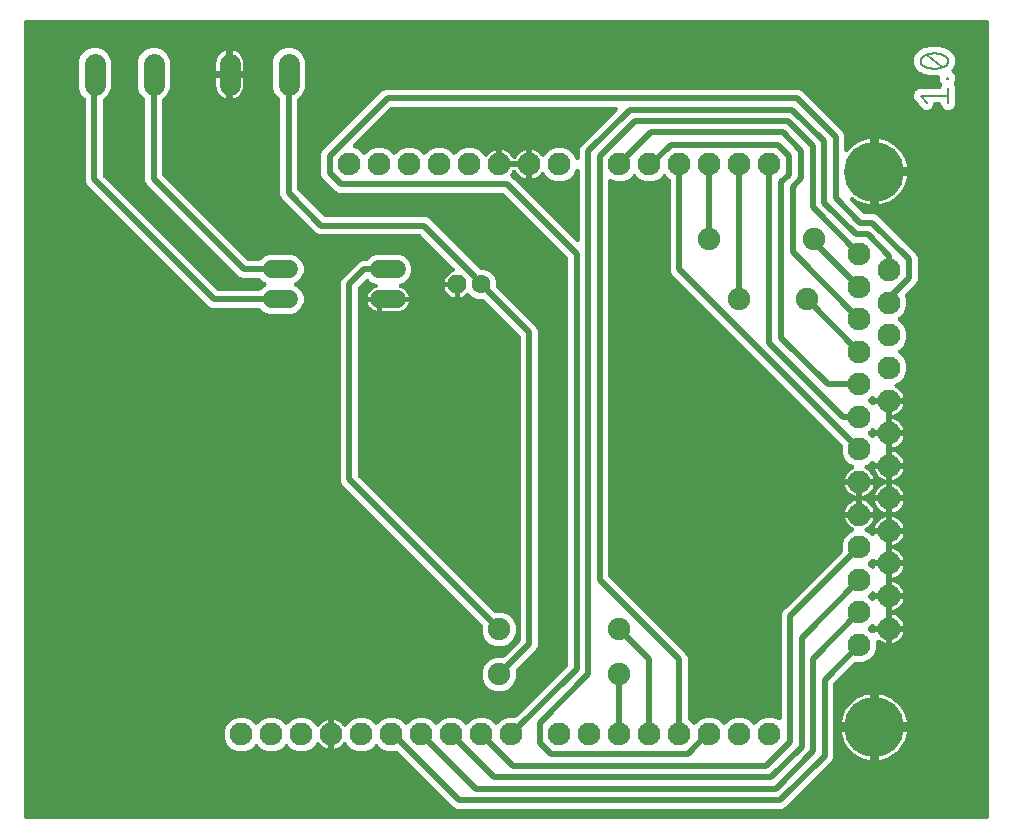
<source format=gbr>
G04 EAGLE Gerber X2 export*
%TF.Part,Single*%
%TF.FileFunction,Copper,L2,Bot,Mixed*%
%TF.FilePolarity,Positive*%
%TF.GenerationSoftware,Autodesk,EAGLE,9.6.2*%
%TF.CreationDate,2020-09-28T14:28:33Z*%
G75*
%MOMM*%
%FSLAX34Y34*%
%LPD*%
%INBottom Copper*%
%AMOC8*
5,1,8,0,0,1.08239X$1,22.5*%
G01*
%ADD10C,0.203200*%
%ADD11C,1.790700*%
%ADD12C,1.900000*%
%ADD13P,1.731824X8X202.500000*%
%ADD14C,1.600000*%
%ADD15C,1.500000*%
%ADD16C,1.930400*%
%ADD17C,5.080000*%
%ADD18C,0.508000*%

G36*
X-819424Y4575D02*
X-819424Y4575D01*
X-819442Y4573D01*
X-819624Y4594D01*
X-819807Y4613D01*
X-819824Y4618D01*
X-819841Y4620D01*
X-820016Y4677D01*
X-820192Y4731D01*
X-820207Y4739D01*
X-820224Y4745D01*
X-820384Y4835D01*
X-820546Y4923D01*
X-820559Y4934D01*
X-820575Y4943D01*
X-820714Y5063D01*
X-820855Y5180D01*
X-820866Y5194D01*
X-820880Y5206D01*
X-820992Y5351D01*
X-821107Y5494D01*
X-821115Y5510D01*
X-821126Y5524D01*
X-821208Y5689D01*
X-821293Y5851D01*
X-821298Y5868D01*
X-821306Y5884D01*
X-821353Y6063D01*
X-821404Y6238D01*
X-821406Y6256D01*
X-821410Y6273D01*
X-821437Y6604D01*
X-821437Y679196D01*
X-821435Y679214D01*
X-821437Y679232D01*
X-821416Y679414D01*
X-821397Y679597D01*
X-821392Y679614D01*
X-821390Y679631D01*
X-821333Y679806D01*
X-821279Y679982D01*
X-821271Y679997D01*
X-821265Y680014D01*
X-821175Y680174D01*
X-821087Y680336D01*
X-821076Y680349D01*
X-821067Y680365D01*
X-820947Y680504D01*
X-820830Y680645D01*
X-820816Y680656D01*
X-820804Y680670D01*
X-820659Y680782D01*
X-820516Y680897D01*
X-820500Y680905D01*
X-820486Y680916D01*
X-820321Y680998D01*
X-820159Y681083D01*
X-820142Y681088D01*
X-820126Y681096D01*
X-819947Y681143D01*
X-819772Y681194D01*
X-819754Y681196D01*
X-819737Y681200D01*
X-819406Y681227D01*
X-6604Y681227D01*
X-6586Y681225D01*
X-6568Y681227D01*
X-6386Y681206D01*
X-6203Y681187D01*
X-6186Y681182D01*
X-6169Y681180D01*
X-5994Y681123D01*
X-5818Y681069D01*
X-5803Y681061D01*
X-5786Y681055D01*
X-5626Y680965D01*
X-5464Y680877D01*
X-5451Y680866D01*
X-5435Y680857D01*
X-5296Y680737D01*
X-5155Y680620D01*
X-5144Y680606D01*
X-5130Y680594D01*
X-5018Y680449D01*
X-4903Y680306D01*
X-4895Y680290D01*
X-4884Y680276D01*
X-4802Y680111D01*
X-4717Y679949D01*
X-4712Y679932D01*
X-4704Y679916D01*
X-4657Y679737D01*
X-4606Y679562D01*
X-4604Y679544D01*
X-4600Y679527D01*
X-4573Y679196D01*
X-4573Y6604D01*
X-4575Y6586D01*
X-4573Y6568D01*
X-4594Y6386D01*
X-4613Y6203D01*
X-4618Y6186D01*
X-4620Y6169D01*
X-4677Y5994D01*
X-4731Y5818D01*
X-4739Y5803D01*
X-4745Y5786D01*
X-4835Y5626D01*
X-4923Y5464D01*
X-4934Y5451D01*
X-4943Y5435D01*
X-5063Y5296D01*
X-5180Y5155D01*
X-5194Y5144D01*
X-5206Y5130D01*
X-5351Y5018D01*
X-5494Y4903D01*
X-5510Y4895D01*
X-5524Y4884D01*
X-5689Y4802D01*
X-5851Y4717D01*
X-5868Y4712D01*
X-5884Y4704D01*
X-6063Y4657D01*
X-6238Y4606D01*
X-6256Y4604D01*
X-6273Y4600D01*
X-6604Y4573D01*
X-819406Y4573D01*
X-819424Y4575D01*
G37*
%LPC*%
G36*
X-179631Y13461D02*
X-179631Y13461D01*
X-177017Y14544D01*
X-137734Y53827D01*
X-136651Y56441D01*
X-136651Y118640D01*
X-136649Y118667D01*
X-136651Y118694D01*
X-136629Y118868D01*
X-136611Y119041D01*
X-136604Y119067D01*
X-136600Y119093D01*
X-136545Y119259D01*
X-136493Y119426D01*
X-136480Y119450D01*
X-136472Y119475D01*
X-136385Y119627D01*
X-136301Y119780D01*
X-136284Y119800D01*
X-136271Y119824D01*
X-136056Y120077D01*
X-119034Y137099D01*
X-119017Y137113D01*
X-119002Y137131D01*
X-118861Y137241D01*
X-118723Y137354D01*
X-118703Y137365D01*
X-118685Y137379D01*
X-118524Y137459D01*
X-118367Y137543D01*
X-118345Y137549D01*
X-118325Y137559D01*
X-118152Y137607D01*
X-117981Y137657D01*
X-117958Y137660D01*
X-117936Y137665D01*
X-117758Y137678D01*
X-117580Y137694D01*
X-117557Y137691D01*
X-117535Y137693D01*
X-117358Y137670D01*
X-117335Y137667D01*
X-111470Y137667D01*
X-106242Y139833D01*
X-102241Y143834D01*
X-100075Y149062D01*
X-100075Y154670D01*
X-100070Y154721D01*
X-100073Y154772D01*
X-100050Y154921D01*
X-100035Y155070D01*
X-100020Y155119D01*
X-100013Y155170D01*
X-99961Y155311D01*
X-99917Y155455D01*
X-99893Y155500D01*
X-99875Y155548D01*
X-99797Y155677D01*
X-99725Y155809D01*
X-99693Y155848D01*
X-99666Y155892D01*
X-99564Y156003D01*
X-99468Y156119D01*
X-99428Y156151D01*
X-99393Y156188D01*
X-99271Y156277D01*
X-99154Y156371D01*
X-99109Y156394D01*
X-99067Y156424D01*
X-98930Y156487D01*
X-98797Y156556D01*
X-98748Y156571D01*
X-98701Y156592D01*
X-98554Y156626D01*
X-98410Y156668D01*
X-98359Y156672D01*
X-98309Y156684D01*
X-98158Y156688D01*
X-98008Y156701D01*
X-97958Y156695D01*
X-97907Y156696D01*
X-97758Y156671D01*
X-97609Y156654D01*
X-97560Y156638D01*
X-97510Y156629D01*
X-97369Y156576D01*
X-97226Y156529D01*
X-97181Y156504D01*
X-97134Y156485D01*
X-96936Y156366D01*
X-96875Y156331D01*
X-96865Y156322D01*
X-96850Y156313D01*
X-95291Y155180D01*
X-93580Y154309D01*
X-91755Y153716D01*
X-91439Y153665D01*
X-91439Y163069D01*
X-101006Y163069D01*
X-101060Y162916D01*
X-101110Y162756D01*
X-101126Y162727D01*
X-101138Y162696D01*
X-101224Y162551D01*
X-101305Y162404D01*
X-101327Y162378D01*
X-101344Y162350D01*
X-101457Y162225D01*
X-101566Y162097D01*
X-101592Y162076D01*
X-101614Y162051D01*
X-101750Y161951D01*
X-101882Y161847D01*
X-101911Y161832D01*
X-101938Y161812D01*
X-102091Y161741D01*
X-102241Y161665D01*
X-102273Y161656D01*
X-102303Y161642D01*
X-102466Y161602D01*
X-102628Y161557D01*
X-102662Y161554D01*
X-102694Y161547D01*
X-102862Y161540D01*
X-103030Y161527D01*
X-103063Y161532D01*
X-103096Y161530D01*
X-103262Y161557D01*
X-103429Y161578D01*
X-103461Y161589D01*
X-103494Y161594D01*
X-103651Y161652D01*
X-103811Y161706D01*
X-103840Y161723D01*
X-103871Y161734D01*
X-104014Y161823D01*
X-104160Y161907D01*
X-104188Y161931D01*
X-104213Y161947D01*
X-104276Y162006D01*
X-104413Y162122D01*
X-106301Y164010D01*
X-106373Y164048D01*
X-106380Y164054D01*
X-106388Y164059D01*
X-106536Y164183D01*
X-106683Y164305D01*
X-106689Y164312D01*
X-106696Y164318D01*
X-106817Y164469D01*
X-106937Y164617D01*
X-106941Y164625D01*
X-106947Y164633D01*
X-107035Y164804D01*
X-107124Y164974D01*
X-107127Y164982D01*
X-107131Y164991D01*
X-107183Y165175D01*
X-107237Y165360D01*
X-107238Y165369D01*
X-107241Y165378D01*
X-107255Y165568D01*
X-107272Y165761D01*
X-107271Y165770D01*
X-107272Y165779D01*
X-107249Y165969D01*
X-107227Y166161D01*
X-107224Y166170D01*
X-107223Y166179D01*
X-107163Y166361D01*
X-107104Y166545D01*
X-107099Y166553D01*
X-107097Y166561D01*
X-107002Y166727D01*
X-106908Y166896D01*
X-106902Y166903D01*
X-106897Y166911D01*
X-106771Y167056D01*
X-106646Y167202D01*
X-106639Y167208D01*
X-106633Y167215D01*
X-106480Y167332D01*
X-106329Y167450D01*
X-106321Y167454D01*
X-106313Y167460D01*
X-106288Y167473D01*
X-104365Y169396D01*
X-104235Y169503D01*
X-104108Y169613D01*
X-104079Y169630D01*
X-104054Y169651D01*
X-103905Y169730D01*
X-103759Y169814D01*
X-103727Y169824D01*
X-103698Y169840D01*
X-103537Y169888D01*
X-103377Y169941D01*
X-103344Y169945D01*
X-103312Y169955D01*
X-103144Y169970D01*
X-102977Y169990D01*
X-102944Y169988D01*
X-102911Y169991D01*
X-102743Y169973D01*
X-102576Y169960D01*
X-102544Y169951D01*
X-102511Y169948D01*
X-102350Y169897D01*
X-102188Y169851D01*
X-102159Y169836D01*
X-102127Y169826D01*
X-101979Y169744D01*
X-101830Y169668D01*
X-101804Y169647D01*
X-101775Y169631D01*
X-101646Y169522D01*
X-101514Y169418D01*
X-101493Y169392D01*
X-101468Y169371D01*
X-101363Y169239D01*
X-101255Y169110D01*
X-101239Y169081D01*
X-101218Y169055D01*
X-101142Y168905D01*
X-101061Y168757D01*
X-101051Y168726D01*
X-101036Y168696D01*
X-100990Y168533D01*
X-100940Y168373D01*
X-100937Y168340D01*
X-100928Y168308D01*
X-100916Y168147D01*
X-91439Y168147D01*
X-91439Y190755D01*
X-101006Y190755D01*
X-101059Y190603D01*
X-101110Y190442D01*
X-101126Y190413D01*
X-101138Y190382D01*
X-101224Y190237D01*
X-101305Y190090D01*
X-101327Y190064D01*
X-101344Y190036D01*
X-101457Y189911D01*
X-101566Y189783D01*
X-101592Y189762D01*
X-101614Y189737D01*
X-101750Y189637D01*
X-101882Y189533D01*
X-101911Y189518D01*
X-101938Y189498D01*
X-102091Y189427D01*
X-102240Y189351D01*
X-102273Y189342D01*
X-102303Y189328D01*
X-102466Y189288D01*
X-102628Y189243D01*
X-102662Y189240D01*
X-102694Y189233D01*
X-102862Y189226D01*
X-103030Y189213D01*
X-103063Y189218D01*
X-103096Y189216D01*
X-103262Y189243D01*
X-103429Y189264D01*
X-103461Y189275D01*
X-103494Y189280D01*
X-103651Y189338D01*
X-103811Y189392D01*
X-103840Y189409D01*
X-103871Y189420D01*
X-104014Y189509D01*
X-104160Y189593D01*
X-104188Y189617D01*
X-104213Y189633D01*
X-104276Y189692D01*
X-104413Y189808D01*
X-106463Y191858D01*
X-106474Y191871D01*
X-106488Y191883D01*
X-106602Y192028D01*
X-106718Y192169D01*
X-106726Y192185D01*
X-106737Y192199D01*
X-106821Y192364D01*
X-106907Y192525D01*
X-106912Y192542D01*
X-106920Y192558D01*
X-106969Y192736D01*
X-107021Y192911D01*
X-107023Y192929D01*
X-107028Y192946D01*
X-107041Y193129D01*
X-107058Y193312D01*
X-107056Y193330D01*
X-107057Y193347D01*
X-107034Y193529D01*
X-107014Y193712D01*
X-107009Y193729D01*
X-107007Y193747D01*
X-106948Y193920D01*
X-106893Y194096D01*
X-106884Y194111D01*
X-106879Y194128D01*
X-106787Y194288D01*
X-106698Y194448D01*
X-106686Y194462D01*
X-106678Y194477D01*
X-106463Y194730D01*
X-104413Y196780D01*
X-104283Y196887D01*
X-104156Y196998D01*
X-104127Y197014D01*
X-104101Y197035D01*
X-103953Y197114D01*
X-103807Y197198D01*
X-103775Y197208D01*
X-103746Y197224D01*
X-103584Y197272D01*
X-103425Y197325D01*
X-103392Y197329D01*
X-103360Y197339D01*
X-103192Y197354D01*
X-103025Y197375D01*
X-102992Y197372D01*
X-102959Y197375D01*
X-102791Y197357D01*
X-102624Y197344D01*
X-102592Y197335D01*
X-102559Y197332D01*
X-102398Y197281D01*
X-102236Y197235D01*
X-102207Y197220D01*
X-102175Y197210D01*
X-102027Y197129D01*
X-101878Y197052D01*
X-101852Y197032D01*
X-101822Y197015D01*
X-101694Y196906D01*
X-101562Y196802D01*
X-101541Y196777D01*
X-101515Y196755D01*
X-101411Y196623D01*
X-101302Y196494D01*
X-101286Y196465D01*
X-101266Y196439D01*
X-101189Y196289D01*
X-101108Y196142D01*
X-101098Y196110D01*
X-101083Y196080D01*
X-101038Y195918D01*
X-101012Y195833D01*
X-91439Y195833D01*
X-91439Y218441D01*
X-100914Y218441D01*
X-100923Y218378D01*
X-100941Y218210D01*
X-100951Y218178D01*
X-100956Y218145D01*
X-101012Y217986D01*
X-101063Y217826D01*
X-101079Y217797D01*
X-101090Y217766D01*
X-101176Y217621D01*
X-101257Y217474D01*
X-101279Y217449D01*
X-101296Y217420D01*
X-101409Y217296D01*
X-101518Y217167D01*
X-101544Y217146D01*
X-101566Y217122D01*
X-101701Y217022D01*
X-101834Y216917D01*
X-101864Y216902D01*
X-101890Y216883D01*
X-102043Y216811D01*
X-102193Y216735D01*
X-102225Y216726D01*
X-102255Y216712D01*
X-102419Y216672D01*
X-102581Y216627D01*
X-102614Y216625D01*
X-102646Y216617D01*
X-102814Y216610D01*
X-102982Y216598D01*
X-103015Y216602D01*
X-103048Y216601D01*
X-103214Y216627D01*
X-103382Y216648D01*
X-103413Y216659D01*
X-103446Y216664D01*
X-103604Y216723D01*
X-103763Y216776D01*
X-103792Y216793D01*
X-103823Y216805D01*
X-103967Y216893D01*
X-104112Y216977D01*
X-104140Y217001D01*
X-104165Y217017D01*
X-104229Y217076D01*
X-104365Y217192D01*
X-106301Y219128D01*
X-106373Y219166D01*
X-106380Y219172D01*
X-106388Y219177D01*
X-106536Y219301D01*
X-106683Y219423D01*
X-106689Y219430D01*
X-106696Y219436D01*
X-106817Y219587D01*
X-106937Y219735D01*
X-106941Y219743D01*
X-106947Y219751D01*
X-107034Y219921D01*
X-107124Y220092D01*
X-107127Y220100D01*
X-107131Y220109D01*
X-107183Y220293D01*
X-107237Y220478D01*
X-107238Y220487D01*
X-107241Y220496D01*
X-107255Y220686D01*
X-107272Y220879D01*
X-107271Y220888D01*
X-107272Y220897D01*
X-107249Y221087D01*
X-107227Y221279D01*
X-107224Y221288D01*
X-107223Y221297D01*
X-107163Y221479D01*
X-107104Y221663D01*
X-107099Y221671D01*
X-107097Y221679D01*
X-107002Y221845D01*
X-106908Y222014D01*
X-106902Y222021D01*
X-106897Y222029D01*
X-106772Y222173D01*
X-106646Y222320D01*
X-106639Y222326D01*
X-106633Y222333D01*
X-106480Y222450D01*
X-106329Y222568D01*
X-106321Y222572D01*
X-106313Y222578D01*
X-106288Y222591D01*
X-104413Y224466D01*
X-104283Y224573D01*
X-104156Y224684D01*
X-104127Y224700D01*
X-104101Y224721D01*
X-103953Y224800D01*
X-103807Y224884D01*
X-103775Y224894D01*
X-103746Y224910D01*
X-103584Y224958D01*
X-103425Y225011D01*
X-103392Y225015D01*
X-103360Y225025D01*
X-103192Y225040D01*
X-103025Y225061D01*
X-102992Y225058D01*
X-102959Y225061D01*
X-102791Y225043D01*
X-102624Y225030D01*
X-102592Y225021D01*
X-102559Y225018D01*
X-102398Y224967D01*
X-102236Y224921D01*
X-102207Y224906D01*
X-102175Y224896D01*
X-102027Y224815D01*
X-101878Y224738D01*
X-101852Y224718D01*
X-101822Y224701D01*
X-101694Y224592D01*
X-101562Y224488D01*
X-101541Y224463D01*
X-101515Y224441D01*
X-101411Y224309D01*
X-101302Y224180D01*
X-101286Y224151D01*
X-101266Y224125D01*
X-101189Y223975D01*
X-101108Y223828D01*
X-101098Y223796D01*
X-101083Y223766D01*
X-101038Y223604D01*
X-101012Y223519D01*
X-91439Y223519D01*
X-91439Y245873D01*
X-101006Y245873D01*
X-101059Y245721D01*
X-101110Y245560D01*
X-101126Y245531D01*
X-101138Y245500D01*
X-101224Y245355D01*
X-101305Y245208D01*
X-101327Y245182D01*
X-101344Y245154D01*
X-101457Y245029D01*
X-101566Y244901D01*
X-101592Y244880D01*
X-101614Y244856D01*
X-101750Y244756D01*
X-101882Y244651D01*
X-101911Y244636D01*
X-101938Y244616D01*
X-102091Y244545D01*
X-102240Y244469D01*
X-102273Y244460D01*
X-102303Y244446D01*
X-102466Y244406D01*
X-102628Y244361D01*
X-102662Y244358D01*
X-102694Y244351D01*
X-102862Y244344D01*
X-103030Y244331D01*
X-103063Y244336D01*
X-103096Y244334D01*
X-103262Y244361D01*
X-103429Y244382D01*
X-103461Y244392D01*
X-103494Y244398D01*
X-103652Y244457D01*
X-103811Y244510D01*
X-103840Y244527D01*
X-103871Y244538D01*
X-104014Y244627D01*
X-104160Y244711D01*
X-104188Y244735D01*
X-104213Y244751D01*
X-104276Y244810D01*
X-104413Y244926D01*
X-106242Y246755D01*
X-108719Y247781D01*
X-108834Y247843D01*
X-108954Y247896D01*
X-109011Y247938D01*
X-109074Y247971D01*
X-109175Y248055D01*
X-109281Y248131D01*
X-109330Y248182D01*
X-109384Y248228D01*
X-109467Y248329D01*
X-109556Y248425D01*
X-109593Y248485D01*
X-109638Y248540D01*
X-109699Y248656D01*
X-109768Y248767D01*
X-109792Y248834D01*
X-109825Y248897D01*
X-109862Y249022D01*
X-109907Y249145D01*
X-109918Y249215D01*
X-109938Y249283D01*
X-109950Y249413D01*
X-109970Y249543D01*
X-109967Y249614D01*
X-109973Y249684D01*
X-109958Y249814D01*
X-109953Y249945D01*
X-109936Y250014D01*
X-109928Y250084D01*
X-109888Y250209D01*
X-109857Y250336D01*
X-109826Y250400D01*
X-109805Y250468D01*
X-109741Y250582D01*
X-109685Y250700D01*
X-109643Y250757D01*
X-109608Y250819D01*
X-109523Y250918D01*
X-109445Y251024D01*
X-109393Y251071D01*
X-109346Y251125D01*
X-109243Y251206D01*
X-109146Y251293D01*
X-109076Y251336D01*
X-109029Y251373D01*
X-108961Y251407D01*
X-108864Y251468D01*
X-107910Y251954D01*
X-106357Y253082D01*
X-105000Y254439D01*
X-103872Y255992D01*
X-103001Y257702D01*
X-102408Y259527D01*
X-102357Y259843D01*
X-113792Y259843D01*
X-113810Y259844D01*
X-113827Y259843D01*
X-114010Y259864D01*
X-114192Y259883D01*
X-114209Y259888D01*
X-114227Y259890D01*
X-114305Y259915D01*
X-114442Y259876D01*
X-114460Y259874D01*
X-114477Y259870D01*
X-114808Y259843D01*
X-126243Y259843D01*
X-126192Y259527D01*
X-125599Y257702D01*
X-124728Y255992D01*
X-123600Y254439D01*
X-122243Y253082D01*
X-120690Y251954D01*
X-119736Y251468D01*
X-119626Y251397D01*
X-119511Y251334D01*
X-119457Y251289D01*
X-119397Y251250D01*
X-119303Y251159D01*
X-119203Y251075D01*
X-119159Y251019D01*
X-119108Y250970D01*
X-119034Y250862D01*
X-118952Y250760D01*
X-118920Y250697D01*
X-118879Y250639D01*
X-118828Y250518D01*
X-118768Y250402D01*
X-118749Y250334D01*
X-118721Y250269D01*
X-118694Y250140D01*
X-118659Y250015D01*
X-118653Y249944D01*
X-118639Y249874D01*
X-118638Y249743D01*
X-118627Y249613D01*
X-118636Y249543D01*
X-118635Y249472D01*
X-118660Y249343D01*
X-118676Y249214D01*
X-118698Y249146D01*
X-118712Y249077D01*
X-118761Y248956D01*
X-118803Y248831D01*
X-118838Y248770D01*
X-118865Y248704D01*
X-118937Y248595D01*
X-119002Y248482D01*
X-119049Y248428D01*
X-119088Y248369D01*
X-119180Y248277D01*
X-119267Y248178D01*
X-119323Y248135D01*
X-119373Y248085D01*
X-119482Y248012D01*
X-119586Y247933D01*
X-119659Y247895D01*
X-119709Y247862D01*
X-119779Y247833D01*
X-119881Y247781D01*
X-122358Y246755D01*
X-126359Y242754D01*
X-128525Y237526D01*
X-128525Y231700D01*
X-128515Y231568D01*
X-128498Y231390D01*
X-128500Y231368D01*
X-128499Y231345D01*
X-128521Y231167D01*
X-128540Y230990D01*
X-128546Y230968D01*
X-128549Y230945D01*
X-128606Y230776D01*
X-128659Y230605D01*
X-128670Y230585D01*
X-128677Y230564D01*
X-128767Y230409D01*
X-128852Y230252D01*
X-128867Y230235D01*
X-128878Y230215D01*
X-129093Y229962D01*
X-176463Y182592D01*
X-178750Y180305D01*
X-179833Y177691D01*
X-179833Y90218D01*
X-179834Y90205D01*
X-179833Y90192D01*
X-179854Y90005D01*
X-179873Y89818D01*
X-179877Y89805D01*
X-179878Y89791D01*
X-179935Y89613D01*
X-179991Y89433D01*
X-179997Y89421D01*
X-180001Y89408D01*
X-180093Y89244D01*
X-180183Y89079D01*
X-180191Y89068D01*
X-180198Y89057D01*
X-180320Y88913D01*
X-180440Y88769D01*
X-180451Y88761D01*
X-180459Y88751D01*
X-180608Y88635D01*
X-180754Y88517D01*
X-180766Y88511D01*
X-180776Y88503D01*
X-180945Y88418D01*
X-181111Y88332D01*
X-181124Y88328D01*
X-181136Y88322D01*
X-181318Y88272D01*
X-181498Y88220D01*
X-181512Y88219D01*
X-181525Y88216D01*
X-181713Y88203D01*
X-181900Y88187D01*
X-181913Y88189D01*
X-181926Y88188D01*
X-182114Y88212D01*
X-182299Y88234D01*
X-182312Y88238D01*
X-182325Y88240D01*
X-182641Y88342D01*
X-187670Y90425D01*
X-193330Y90425D01*
X-198558Y88259D01*
X-201764Y85053D01*
X-201778Y85042D01*
X-201789Y85028D01*
X-201933Y84915D01*
X-202075Y84798D01*
X-202091Y84790D01*
X-202105Y84779D01*
X-202269Y84695D01*
X-202431Y84609D01*
X-202448Y84604D01*
X-202464Y84596D01*
X-202641Y84547D01*
X-202817Y84495D01*
X-202835Y84493D01*
X-202852Y84488D01*
X-203035Y84475D01*
X-203218Y84458D01*
X-203236Y84460D01*
X-203253Y84459D01*
X-203435Y84482D01*
X-203618Y84502D01*
X-203635Y84507D01*
X-203653Y84509D01*
X-203827Y84568D01*
X-204002Y84623D01*
X-204018Y84632D01*
X-204034Y84638D01*
X-204194Y84729D01*
X-204354Y84818D01*
X-204368Y84829D01*
X-204383Y84838D01*
X-204636Y85053D01*
X-207842Y88259D01*
X-213070Y90425D01*
X-218730Y90425D01*
X-223958Y88259D01*
X-227164Y85053D01*
X-227178Y85042D01*
X-227189Y85028D01*
X-227333Y84915D01*
X-227475Y84798D01*
X-227491Y84790D01*
X-227505Y84779D01*
X-227669Y84695D01*
X-227831Y84609D01*
X-227848Y84604D01*
X-227864Y84596D01*
X-228041Y84547D01*
X-228217Y84495D01*
X-228235Y84493D01*
X-228252Y84488D01*
X-228435Y84475D01*
X-228618Y84458D01*
X-228636Y84460D01*
X-228653Y84459D01*
X-228835Y84482D01*
X-229018Y84502D01*
X-229035Y84507D01*
X-229053Y84509D01*
X-229227Y84568D01*
X-229402Y84623D01*
X-229418Y84632D01*
X-229434Y84638D01*
X-229594Y84729D01*
X-229754Y84818D01*
X-229768Y84829D01*
X-229783Y84838D01*
X-230036Y85053D01*
X-233242Y88259D01*
X-238470Y90425D01*
X-244130Y90425D01*
X-249358Y88259D01*
X-252564Y85053D01*
X-252578Y85042D01*
X-252589Y85028D01*
X-252733Y84915D01*
X-252875Y84798D01*
X-252891Y84790D01*
X-252905Y84779D01*
X-253069Y84695D01*
X-253231Y84609D01*
X-253248Y84604D01*
X-253264Y84596D01*
X-253441Y84547D01*
X-253617Y84495D01*
X-253635Y84493D01*
X-253652Y84488D01*
X-253835Y84475D01*
X-254018Y84458D01*
X-254036Y84460D01*
X-254053Y84459D01*
X-254235Y84482D01*
X-254418Y84502D01*
X-254435Y84507D01*
X-254453Y84509D01*
X-254627Y84568D01*
X-254802Y84623D01*
X-254818Y84632D01*
X-254834Y84638D01*
X-254994Y84729D01*
X-255154Y84818D01*
X-255168Y84829D01*
X-255183Y84838D01*
X-255436Y85053D01*
X-258760Y88377D01*
X-258860Y88464D01*
X-258998Y88578D01*
X-259013Y88595D01*
X-259030Y88610D01*
X-259139Y88751D01*
X-259252Y88890D01*
X-259263Y88910D01*
X-259276Y88928D01*
X-259356Y89088D01*
X-259439Y89247D01*
X-259446Y89268D01*
X-259456Y89288D01*
X-259502Y89461D01*
X-259552Y89633D01*
X-259554Y89655D01*
X-259560Y89677D01*
X-259587Y90008D01*
X-259587Y141115D01*
X-260670Y143729D01*
X-326556Y209615D01*
X-326573Y209636D01*
X-326594Y209653D01*
X-326701Y209791D01*
X-326811Y209927D01*
X-326824Y209950D01*
X-326840Y209972D01*
X-326918Y210128D01*
X-327000Y210282D01*
X-327008Y210308D01*
X-327020Y210332D01*
X-327065Y210501D01*
X-327115Y210668D01*
X-327117Y210695D01*
X-327124Y210721D01*
X-327151Y211052D01*
X-327151Y544361D01*
X-327150Y544374D01*
X-327151Y544388D01*
X-327130Y544574D01*
X-327111Y544762D01*
X-327107Y544774D01*
X-327106Y544788D01*
X-327049Y544966D01*
X-326993Y545147D01*
X-326987Y545158D01*
X-326983Y545171D01*
X-326891Y545336D01*
X-326801Y545501D01*
X-326793Y545511D01*
X-326786Y545523D01*
X-326664Y545665D01*
X-326544Y545810D01*
X-326533Y545818D01*
X-326525Y545828D01*
X-326377Y545944D01*
X-326230Y546062D01*
X-326218Y546068D01*
X-326208Y546077D01*
X-326039Y546161D01*
X-325873Y546248D01*
X-325860Y546251D01*
X-325848Y546257D01*
X-325667Y546307D01*
X-325486Y546359D01*
X-325472Y546360D01*
X-325459Y546364D01*
X-325271Y546377D01*
X-325084Y546392D01*
X-325071Y546390D01*
X-325058Y546391D01*
X-324870Y546367D01*
X-324685Y546345D01*
X-324672Y546341D01*
X-324659Y546339D01*
X-324343Y546238D01*
X-320329Y544575D01*
X-314670Y544575D01*
X-309442Y546741D01*
X-306236Y549947D01*
X-306223Y549958D01*
X-306211Y549972D01*
X-306067Y550086D01*
X-305925Y550202D01*
X-305909Y550210D01*
X-305895Y550221D01*
X-305731Y550305D01*
X-305569Y550391D01*
X-305552Y550396D01*
X-305536Y550404D01*
X-305359Y550453D01*
X-305183Y550505D01*
X-305165Y550507D01*
X-305148Y550512D01*
X-304965Y550525D01*
X-304782Y550542D01*
X-304764Y550540D01*
X-304747Y550541D01*
X-304565Y550518D01*
X-304382Y550498D01*
X-304365Y550493D01*
X-304347Y550491D01*
X-304174Y550432D01*
X-303998Y550377D01*
X-303982Y550368D01*
X-303966Y550362D01*
X-303806Y550271D01*
X-303646Y550182D01*
X-303632Y550171D01*
X-303617Y550162D01*
X-303364Y549947D01*
X-300158Y546741D01*
X-295296Y544727D01*
X-294930Y544575D01*
X-289270Y544575D01*
X-284042Y546741D01*
X-280836Y549947D01*
X-280823Y549958D01*
X-280811Y549972D01*
X-280667Y550086D01*
X-280525Y550202D01*
X-280509Y550210D01*
X-280495Y550221D01*
X-280331Y550305D01*
X-280169Y550391D01*
X-280152Y550396D01*
X-280136Y550404D01*
X-279959Y550453D01*
X-279783Y550505D01*
X-279765Y550507D01*
X-279748Y550512D01*
X-279565Y550525D01*
X-279382Y550542D01*
X-279364Y550540D01*
X-279347Y550541D01*
X-279165Y550518D01*
X-278982Y550498D01*
X-278965Y550493D01*
X-278947Y550491D01*
X-278774Y550432D01*
X-278598Y550377D01*
X-278582Y550368D01*
X-278566Y550362D01*
X-278406Y550271D01*
X-278246Y550182D01*
X-278232Y550171D01*
X-278217Y550162D01*
X-277964Y549947D01*
X-274640Y546623D01*
X-274540Y546536D01*
X-274402Y546422D01*
X-274387Y546405D01*
X-274370Y546390D01*
X-274261Y546249D01*
X-274148Y546110D01*
X-274137Y546090D01*
X-274124Y546072D01*
X-274044Y545912D01*
X-273961Y545753D01*
X-273954Y545732D01*
X-273944Y545712D01*
X-273898Y545539D01*
X-273848Y545367D01*
X-273846Y545345D01*
X-273840Y545323D01*
X-273813Y544992D01*
X-273813Y468485D01*
X-272730Y465871D01*
X-270443Y463584D01*
X-129093Y322234D01*
X-129079Y322217D01*
X-129061Y322202D01*
X-128951Y322061D01*
X-128838Y321923D01*
X-128827Y321903D01*
X-128813Y321885D01*
X-128733Y321724D01*
X-128649Y321567D01*
X-128643Y321545D01*
X-128633Y321525D01*
X-128585Y321352D01*
X-128535Y321181D01*
X-128532Y321158D01*
X-128527Y321136D01*
X-128514Y320958D01*
X-128498Y320780D01*
X-128501Y320757D01*
X-128499Y320735D01*
X-128522Y320558D01*
X-128525Y320535D01*
X-128525Y314670D01*
X-126359Y309442D01*
X-122358Y305441D01*
X-121389Y305040D01*
X-119881Y304415D01*
X-119766Y304353D01*
X-119646Y304300D01*
X-119589Y304258D01*
X-119526Y304225D01*
X-119425Y304141D01*
X-119319Y304065D01*
X-119270Y304014D01*
X-119216Y303968D01*
X-119133Y303867D01*
X-119044Y303771D01*
X-119007Y303711D01*
X-118962Y303656D01*
X-118901Y303540D01*
X-118832Y303429D01*
X-118808Y303362D01*
X-118775Y303299D01*
X-118738Y303174D01*
X-118693Y303051D01*
X-118682Y302981D01*
X-118662Y302913D01*
X-118650Y302783D01*
X-118630Y302653D01*
X-118633Y302582D01*
X-118627Y302512D01*
X-118642Y302382D01*
X-118647Y302251D01*
X-118664Y302182D01*
X-118672Y302112D01*
X-118712Y301987D01*
X-118743Y301860D01*
X-118774Y301796D01*
X-118795Y301728D01*
X-118859Y301614D01*
X-118915Y301496D01*
X-118957Y301439D01*
X-118992Y301377D01*
X-119077Y301278D01*
X-119155Y301172D01*
X-119207Y301125D01*
X-119254Y301071D01*
X-119357Y300990D01*
X-119454Y300903D01*
X-119524Y300860D01*
X-119571Y300823D01*
X-119639Y300789D01*
X-119736Y300728D01*
X-120690Y300242D01*
X-122243Y299114D01*
X-123600Y297757D01*
X-124728Y296204D01*
X-125599Y294494D01*
X-126192Y292669D01*
X-126243Y292353D01*
X-114808Y292353D01*
X-114790Y292351D01*
X-114773Y292353D01*
X-114590Y292332D01*
X-114408Y292313D01*
X-114391Y292308D01*
X-114373Y292306D01*
X-114295Y292281D01*
X-114158Y292320D01*
X-114140Y292322D01*
X-114123Y292326D01*
X-113792Y292353D01*
X-102357Y292353D01*
X-102408Y292669D01*
X-103001Y294494D01*
X-103872Y296204D01*
X-105000Y297757D01*
X-106357Y299114D01*
X-107910Y300242D01*
X-108864Y300728D01*
X-108974Y300799D01*
X-109089Y300862D01*
X-109143Y300907D01*
X-109203Y300946D01*
X-109297Y301037D01*
X-109397Y301121D01*
X-109441Y301177D01*
X-109492Y301226D01*
X-109566Y301334D01*
X-109648Y301436D01*
X-109680Y301499D01*
X-109721Y301557D01*
X-109772Y301678D01*
X-109832Y301794D01*
X-109851Y301862D01*
X-109879Y301927D01*
X-109906Y302056D01*
X-109941Y302181D01*
X-109947Y302252D01*
X-109961Y302322D01*
X-109962Y302453D01*
X-109973Y302583D01*
X-109964Y302653D01*
X-109965Y302724D01*
X-109940Y302853D01*
X-109924Y302982D01*
X-109902Y303050D01*
X-109888Y303119D01*
X-109839Y303240D01*
X-109797Y303365D01*
X-109762Y303426D01*
X-109735Y303492D01*
X-109663Y303601D01*
X-109598Y303714D01*
X-109551Y303768D01*
X-109512Y303827D01*
X-109420Y303919D01*
X-109333Y304018D01*
X-109277Y304061D01*
X-109227Y304111D01*
X-109118Y304184D01*
X-109014Y304263D01*
X-108941Y304301D01*
X-108891Y304334D01*
X-108821Y304363D01*
X-108719Y304415D01*
X-106242Y305441D01*
X-104413Y307270D01*
X-104283Y307377D01*
X-104156Y307488D01*
X-104127Y307504D01*
X-104101Y307525D01*
X-103953Y307604D01*
X-103807Y307688D01*
X-103775Y307698D01*
X-103746Y307714D01*
X-103584Y307762D01*
X-103425Y307815D01*
X-103392Y307819D01*
X-103360Y307829D01*
X-103192Y307844D01*
X-103025Y307865D01*
X-102992Y307862D01*
X-102959Y307865D01*
X-102791Y307847D01*
X-102624Y307834D01*
X-102592Y307825D01*
X-102559Y307822D01*
X-102398Y307771D01*
X-102236Y307725D01*
X-102206Y307710D01*
X-102175Y307700D01*
X-102027Y307619D01*
X-101878Y307542D01*
X-101852Y307522D01*
X-101822Y307505D01*
X-101694Y307396D01*
X-101562Y307292D01*
X-101541Y307266D01*
X-101515Y307245D01*
X-101411Y307113D01*
X-101302Y306984D01*
X-101286Y306955D01*
X-101266Y306929D01*
X-101190Y306779D01*
X-101108Y306632D01*
X-101098Y306600D01*
X-101083Y306570D01*
X-101038Y306408D01*
X-101012Y306323D01*
X-91439Y306323D01*
X-91439Y328677D01*
X-101006Y328677D01*
X-101060Y328524D01*
X-101110Y328364D01*
X-101126Y328335D01*
X-101138Y328304D01*
X-101224Y328159D01*
X-101305Y328012D01*
X-101327Y327986D01*
X-101344Y327958D01*
X-101457Y327833D01*
X-101566Y327705D01*
X-101592Y327684D01*
X-101614Y327659D01*
X-101750Y327559D01*
X-101882Y327455D01*
X-101911Y327440D01*
X-101938Y327420D01*
X-102091Y327349D01*
X-102241Y327273D01*
X-102273Y327264D01*
X-102303Y327250D01*
X-102466Y327210D01*
X-102628Y327165D01*
X-102662Y327162D01*
X-102694Y327155D01*
X-102862Y327148D01*
X-103030Y327135D01*
X-103063Y327140D01*
X-103096Y327138D01*
X-103262Y327165D01*
X-103429Y327186D01*
X-103461Y327197D01*
X-103494Y327202D01*
X-103651Y327260D01*
X-103811Y327314D01*
X-103840Y327331D01*
X-103871Y327342D01*
X-104014Y327431D01*
X-104160Y327515D01*
X-104188Y327539D01*
X-104213Y327555D01*
X-104276Y327614D01*
X-104413Y327730D01*
X-106301Y329618D01*
X-106373Y329656D01*
X-106380Y329662D01*
X-106388Y329667D01*
X-106536Y329791D01*
X-106683Y329913D01*
X-106689Y329920D01*
X-106696Y329926D01*
X-106817Y330077D01*
X-106937Y330225D01*
X-106941Y330233D01*
X-106947Y330241D01*
X-107035Y330412D01*
X-107124Y330582D01*
X-107127Y330590D01*
X-107131Y330599D01*
X-107183Y330783D01*
X-107237Y330968D01*
X-107238Y330977D01*
X-107241Y330986D01*
X-107255Y331176D01*
X-107272Y331369D01*
X-107271Y331378D01*
X-107272Y331387D01*
X-107249Y331577D01*
X-107227Y331769D01*
X-107224Y331778D01*
X-107223Y331787D01*
X-107163Y331969D01*
X-107104Y332153D01*
X-107099Y332161D01*
X-107097Y332169D01*
X-107002Y332335D01*
X-106908Y332504D01*
X-106902Y332511D01*
X-106897Y332519D01*
X-106771Y332664D01*
X-106646Y332810D01*
X-106639Y332816D01*
X-106633Y332823D01*
X-106480Y332940D01*
X-106329Y333058D01*
X-106321Y333062D01*
X-106313Y333068D01*
X-106288Y333081D01*
X-104365Y335004D01*
X-104235Y335111D01*
X-104108Y335221D01*
X-104079Y335238D01*
X-104054Y335259D01*
X-103905Y335338D01*
X-103759Y335422D01*
X-103727Y335432D01*
X-103698Y335448D01*
X-103537Y335496D01*
X-103377Y335549D01*
X-103344Y335553D01*
X-103312Y335563D01*
X-103144Y335578D01*
X-102977Y335598D01*
X-102944Y335596D01*
X-102911Y335599D01*
X-102743Y335581D01*
X-102576Y335568D01*
X-102544Y335559D01*
X-102511Y335556D01*
X-102350Y335505D01*
X-102188Y335459D01*
X-102159Y335444D01*
X-102127Y335434D01*
X-101979Y335352D01*
X-101830Y335276D01*
X-101804Y335255D01*
X-101775Y335239D01*
X-101646Y335130D01*
X-101514Y335026D01*
X-101493Y335000D01*
X-101468Y334979D01*
X-101363Y334847D01*
X-101255Y334718D01*
X-101239Y334689D01*
X-101218Y334663D01*
X-101142Y334513D01*
X-101061Y334365D01*
X-101051Y334334D01*
X-101036Y334304D01*
X-100990Y334141D01*
X-100940Y333981D01*
X-100937Y333948D01*
X-100928Y333916D01*
X-100916Y333755D01*
X-91439Y333755D01*
X-91439Y356363D01*
X-101006Y356363D01*
X-101059Y356211D01*
X-101110Y356050D01*
X-101127Y356021D01*
X-101138Y355990D01*
X-101224Y355845D01*
X-101305Y355698D01*
X-101327Y355673D01*
X-101344Y355644D01*
X-101457Y355519D01*
X-101566Y355391D01*
X-101592Y355370D01*
X-101614Y355345D01*
X-101750Y355245D01*
X-101882Y355141D01*
X-101911Y355126D01*
X-101938Y355106D01*
X-102091Y355035D01*
X-102241Y354959D01*
X-102273Y354950D01*
X-102303Y354936D01*
X-102466Y354896D01*
X-102628Y354851D01*
X-102662Y354848D01*
X-102694Y354841D01*
X-102862Y354834D01*
X-103030Y354821D01*
X-103063Y354826D01*
X-103096Y354824D01*
X-103262Y354851D01*
X-103429Y354872D01*
X-103461Y354883D01*
X-103494Y354888D01*
X-103651Y354946D01*
X-103811Y355000D01*
X-103840Y355017D01*
X-103871Y355028D01*
X-104014Y355117D01*
X-104160Y355201D01*
X-104188Y355225D01*
X-104213Y355241D01*
X-104276Y355300D01*
X-104413Y355416D01*
X-106463Y357466D01*
X-106474Y357479D01*
X-106488Y357491D01*
X-106602Y357636D01*
X-106718Y357777D01*
X-106726Y357793D01*
X-106737Y357807D01*
X-106821Y357972D01*
X-106907Y358133D01*
X-106912Y358150D01*
X-106920Y358166D01*
X-106969Y358344D01*
X-107021Y358519D01*
X-107023Y358537D01*
X-107028Y358554D01*
X-107041Y358737D01*
X-107058Y358920D01*
X-107056Y358938D01*
X-107057Y358955D01*
X-107034Y359137D01*
X-107014Y359320D01*
X-107009Y359337D01*
X-107007Y359355D01*
X-106948Y359528D01*
X-106893Y359704D01*
X-106884Y359719D01*
X-106879Y359736D01*
X-106787Y359896D01*
X-106698Y360056D01*
X-106686Y360070D01*
X-106678Y360085D01*
X-106463Y360338D01*
X-104413Y362388D01*
X-104283Y362495D01*
X-104156Y362606D01*
X-104127Y362622D01*
X-104101Y362643D01*
X-103953Y362722D01*
X-103807Y362806D01*
X-103775Y362816D01*
X-103746Y362832D01*
X-103584Y362880D01*
X-103425Y362933D01*
X-103392Y362937D01*
X-103360Y362947D01*
X-103192Y362962D01*
X-103025Y362983D01*
X-102992Y362980D01*
X-102959Y362983D01*
X-102791Y362965D01*
X-102624Y362952D01*
X-102592Y362943D01*
X-102559Y362940D01*
X-102398Y362889D01*
X-102236Y362843D01*
X-102206Y362828D01*
X-102175Y362818D01*
X-102027Y362737D01*
X-101878Y362660D01*
X-101852Y362640D01*
X-101822Y362623D01*
X-101694Y362515D01*
X-101562Y362410D01*
X-101541Y362384D01*
X-101515Y362363D01*
X-101411Y362231D01*
X-101303Y362102D01*
X-101286Y362073D01*
X-101266Y362047D01*
X-101190Y361897D01*
X-101109Y361750D01*
X-101099Y361718D01*
X-101083Y361688D01*
X-101038Y361526D01*
X-101012Y361441D01*
X-89408Y361441D01*
X-89390Y361439D01*
X-89373Y361441D01*
X-89190Y361420D01*
X-89008Y361401D01*
X-88991Y361396D01*
X-88973Y361394D01*
X-88895Y361369D01*
X-88758Y361408D01*
X-88740Y361410D01*
X-88723Y361414D01*
X-88392Y361441D01*
X-76957Y361441D01*
X-77008Y361757D01*
X-77601Y363582D01*
X-78472Y365292D01*
X-79600Y366845D01*
X-80957Y368202D01*
X-82510Y369330D01*
X-83464Y369816D01*
X-83574Y369887D01*
X-83689Y369950D01*
X-83743Y369995D01*
X-83803Y370034D01*
X-83897Y370125D01*
X-83997Y370209D01*
X-84041Y370265D01*
X-84092Y370314D01*
X-84166Y370422D01*
X-84248Y370524D01*
X-84280Y370587D01*
X-84321Y370645D01*
X-84372Y370766D01*
X-84432Y370882D01*
X-84451Y370950D01*
X-84479Y371015D01*
X-84506Y371144D01*
X-84541Y371269D01*
X-84547Y371340D01*
X-84561Y371410D01*
X-84562Y371541D01*
X-84573Y371671D01*
X-84564Y371741D01*
X-84565Y371812D01*
X-84540Y371941D01*
X-84524Y372070D01*
X-84502Y372138D01*
X-84488Y372207D01*
X-84439Y372328D01*
X-84397Y372453D01*
X-84362Y372514D01*
X-84335Y372580D01*
X-84263Y372689D01*
X-84198Y372802D01*
X-84151Y372856D01*
X-84112Y372915D01*
X-84020Y373007D01*
X-83933Y373106D01*
X-83877Y373149D01*
X-83827Y373199D01*
X-83718Y373272D01*
X-83614Y373351D01*
X-83541Y373389D01*
X-83491Y373422D01*
X-83421Y373451D01*
X-83319Y373503D01*
X-80842Y374529D01*
X-76841Y378530D01*
X-74675Y383758D01*
X-74675Y389418D01*
X-76841Y394646D01*
X-81063Y398868D01*
X-81074Y398881D01*
X-81088Y398893D01*
X-81202Y399037D01*
X-81318Y399179D01*
X-81326Y399195D01*
X-81337Y399209D01*
X-81421Y399373D01*
X-81507Y399535D01*
X-81512Y399552D01*
X-81520Y399568D01*
X-81569Y399745D01*
X-81621Y399921D01*
X-81623Y399939D01*
X-81628Y399956D01*
X-81641Y400139D01*
X-81658Y400322D01*
X-81656Y400340D01*
X-81657Y400357D01*
X-81634Y400539D01*
X-81614Y400722D01*
X-81609Y400739D01*
X-81607Y400757D01*
X-81548Y400930D01*
X-81493Y401106D01*
X-81484Y401122D01*
X-81478Y401138D01*
X-81387Y401298D01*
X-81298Y401458D01*
X-81287Y401472D01*
X-81278Y401487D01*
X-81063Y401740D01*
X-76841Y405962D01*
X-74675Y411190D01*
X-74675Y416850D01*
X-76841Y422078D01*
X-80901Y426138D01*
X-80973Y426177D01*
X-80980Y426182D01*
X-80988Y426187D01*
X-81135Y426310D01*
X-81284Y426433D01*
X-81289Y426440D01*
X-81296Y426446D01*
X-81415Y426594D01*
X-81537Y426746D01*
X-81542Y426754D01*
X-81547Y426761D01*
X-81635Y426931D01*
X-81724Y427102D01*
X-81727Y427111D01*
X-81731Y427119D01*
X-81784Y427305D01*
X-81837Y427489D01*
X-81838Y427498D01*
X-81841Y427506D01*
X-81856Y427699D01*
X-81872Y427890D01*
X-81871Y427899D01*
X-81872Y427908D01*
X-81848Y428099D01*
X-81827Y428290D01*
X-81824Y428298D01*
X-81823Y428308D01*
X-81762Y428490D01*
X-81704Y428673D01*
X-81699Y428681D01*
X-81696Y428690D01*
X-81601Y428856D01*
X-81507Y429025D01*
X-81501Y429032D01*
X-81497Y429039D01*
X-81370Y429185D01*
X-81246Y429330D01*
X-81238Y429336D01*
X-81232Y429343D01*
X-81078Y429461D01*
X-80929Y429579D01*
X-80920Y429583D01*
X-80913Y429588D01*
X-80888Y429601D01*
X-76841Y433648D01*
X-74675Y438876D01*
X-74675Y444535D01*
X-75712Y447039D01*
X-75719Y447061D01*
X-75729Y447081D01*
X-75777Y447253D01*
X-75829Y447425D01*
X-75831Y447447D01*
X-75837Y447468D01*
X-75850Y447648D01*
X-75867Y447826D01*
X-75865Y447848D01*
X-75866Y447870D01*
X-75844Y448049D01*
X-75825Y448226D01*
X-75819Y448247D01*
X-75816Y448269D01*
X-75759Y448440D01*
X-75706Y448610D01*
X-75695Y448630D01*
X-75688Y448651D01*
X-75598Y448807D01*
X-75512Y448964D01*
X-75498Y448981D01*
X-75487Y449000D01*
X-75272Y449253D01*
X-66106Y458419D01*
X-65023Y461033D01*
X-65023Y479717D01*
X-66106Y482331D01*
X-99329Y515554D01*
X-101943Y516637D01*
X-109628Y516637D01*
X-109655Y516639D01*
X-109682Y516637D01*
X-109856Y516659D01*
X-110029Y516677D01*
X-110055Y516684D01*
X-110081Y516688D01*
X-110247Y516743D01*
X-110414Y516795D01*
X-110438Y516808D01*
X-110463Y516816D01*
X-110615Y516903D01*
X-110768Y516987D01*
X-110788Y517004D01*
X-110812Y517017D01*
X-111065Y517232D01*
X-121448Y527615D01*
X-121504Y527683D01*
X-121567Y527744D01*
X-121631Y527838D01*
X-121703Y527927D01*
X-121744Y528004D01*
X-121794Y528077D01*
X-121838Y528182D01*
X-121892Y528282D01*
X-121917Y528366D01*
X-121951Y528447D01*
X-121974Y528559D01*
X-122007Y528668D01*
X-122015Y528755D01*
X-122032Y528842D01*
X-122033Y528956D01*
X-122043Y529069D01*
X-122033Y529157D01*
X-122034Y529244D01*
X-122012Y529356D01*
X-122000Y529469D01*
X-121973Y529553D01*
X-121956Y529639D01*
X-121913Y529744D01*
X-121878Y529853D01*
X-121836Y529930D01*
X-121802Y530011D01*
X-121738Y530106D01*
X-121683Y530206D01*
X-121626Y530272D01*
X-121577Y530345D01*
X-121496Y530426D01*
X-121423Y530513D01*
X-121354Y530567D01*
X-121291Y530629D01*
X-121196Y530692D01*
X-121107Y530762D01*
X-121029Y530802D01*
X-120955Y530850D01*
X-120850Y530893D01*
X-120748Y530945D01*
X-120663Y530968D01*
X-120582Y531001D01*
X-120470Y531022D01*
X-120360Y531053D01*
X-120272Y531059D01*
X-120186Y531075D01*
X-120072Y531074D01*
X-119958Y531082D01*
X-119871Y531071D01*
X-119784Y531070D01*
X-119672Y531046D01*
X-119559Y531031D01*
X-119476Y531003D01*
X-119390Y530985D01*
X-119285Y530940D01*
X-119177Y530903D01*
X-119101Y530859D01*
X-119021Y530824D01*
X-118902Y530745D01*
X-118828Y530702D01*
X-118789Y530668D01*
X-118745Y530639D01*
X-117794Y529881D01*
X-115137Y528211D01*
X-112309Y526849D01*
X-109347Y525813D01*
X-106288Y525115D01*
X-105663Y525044D01*
X-105663Y550672D01*
X-105661Y550690D01*
X-105663Y550707D01*
X-105641Y550890D01*
X-105623Y551072D01*
X-105618Y551089D01*
X-105616Y551107D01*
X-105559Y551282D01*
X-105505Y551457D01*
X-105497Y551473D01*
X-105491Y551490D01*
X-105401Y551650D01*
X-105313Y551811D01*
X-105302Y551825D01*
X-105293Y551841D01*
X-105173Y551980D01*
X-105056Y552121D01*
X-105042Y552132D01*
X-105030Y552145D01*
X-104885Y552258D01*
X-104742Y552373D01*
X-104726Y552381D01*
X-104712Y552392D01*
X-104547Y552474D01*
X-104385Y552559D01*
X-104368Y552563D01*
X-104351Y552571D01*
X-104173Y552619D01*
X-103998Y552670D01*
X-103980Y552671D01*
X-103963Y552676D01*
X-103632Y552703D01*
X-101599Y552703D01*
X-101599Y552705D01*
X-103632Y552705D01*
X-103650Y552707D01*
X-103667Y552705D01*
X-103850Y552727D01*
X-104033Y552745D01*
X-104050Y552750D01*
X-104067Y552752D01*
X-104242Y552809D01*
X-104417Y552863D01*
X-104433Y552871D01*
X-104450Y552877D01*
X-104610Y552967D01*
X-104772Y553055D01*
X-104785Y553066D01*
X-104801Y553075D01*
X-104940Y553195D01*
X-105081Y553312D01*
X-105092Y553326D01*
X-105105Y553338D01*
X-105218Y553483D01*
X-105333Y553626D01*
X-105341Y553642D01*
X-105352Y553656D01*
X-105434Y553821D01*
X-105519Y553984D01*
X-105524Y554001D01*
X-105532Y554017D01*
X-105579Y554194D01*
X-105630Y554370D01*
X-105631Y554388D01*
X-105636Y554405D01*
X-105663Y554736D01*
X-105663Y580364D01*
X-106288Y580293D01*
X-109347Y579595D01*
X-112309Y578559D01*
X-115137Y577197D01*
X-117794Y575527D01*
X-120248Y573571D01*
X-122467Y571352D01*
X-123634Y569888D01*
X-123720Y569800D01*
X-123798Y569705D01*
X-123860Y569656D01*
X-123915Y569599D01*
X-124016Y569530D01*
X-124112Y569453D01*
X-124182Y569417D01*
X-124247Y569372D01*
X-124360Y569324D01*
X-124469Y569268D01*
X-124545Y569246D01*
X-124618Y569215D01*
X-124738Y569190D01*
X-124856Y569156D01*
X-124935Y569150D01*
X-125012Y569134D01*
X-125135Y569133D01*
X-125258Y569123D01*
X-125336Y569132D01*
X-125415Y569132D01*
X-125535Y569156D01*
X-125657Y569170D01*
X-125733Y569195D01*
X-125810Y569210D01*
X-125923Y569257D01*
X-126040Y569295D01*
X-126109Y569334D01*
X-126182Y569364D01*
X-126284Y569433D01*
X-126391Y569493D01*
X-126451Y569544D01*
X-126516Y569588D01*
X-126603Y569676D01*
X-126696Y569756D01*
X-126744Y569818D01*
X-126799Y569874D01*
X-126867Y569977D01*
X-126942Y570074D01*
X-126977Y570145D01*
X-127021Y570211D01*
X-127067Y570325D01*
X-127122Y570435D01*
X-127142Y570511D01*
X-127172Y570584D01*
X-127194Y570705D01*
X-127226Y570823D01*
X-127234Y570915D01*
X-127246Y570980D01*
X-127245Y571051D01*
X-127253Y571154D01*
X-127253Y583639D01*
X-128336Y586253D01*
X-163047Y620964D01*
X-165661Y622047D01*
X-515089Y622047D01*
X-517703Y620964D01*
X-568894Y569773D01*
X-569977Y567159D01*
X-569977Y550441D01*
X-568894Y547827D01*
X-557073Y536006D01*
X-554459Y534923D01*
X-416792Y534923D01*
X-416765Y534921D01*
X-416738Y534923D01*
X-416564Y534901D01*
X-416391Y534883D01*
X-416365Y534876D01*
X-416339Y534872D01*
X-416173Y534817D01*
X-416006Y534765D01*
X-415982Y534752D01*
X-415957Y534744D01*
X-415805Y534657D01*
X-415652Y534573D01*
X-415632Y534556D01*
X-415608Y534543D01*
X-415355Y534328D01*
X-361276Y480249D01*
X-361259Y480228D01*
X-361238Y480211D01*
X-361131Y480073D01*
X-361021Y479937D01*
X-361008Y479914D01*
X-360992Y479892D01*
X-360914Y479736D01*
X-360832Y479582D01*
X-360824Y479556D01*
X-360812Y479532D01*
X-360767Y479363D01*
X-360717Y479196D01*
X-360715Y479169D01*
X-360708Y479143D01*
X-360681Y478812D01*
X-360681Y135360D01*
X-360683Y135333D01*
X-360681Y135306D01*
X-360703Y135132D01*
X-360721Y134959D01*
X-360728Y134933D01*
X-360732Y134907D01*
X-360787Y134741D01*
X-360839Y134574D01*
X-360852Y134550D01*
X-360860Y134525D01*
X-360947Y134373D01*
X-361031Y134220D01*
X-361048Y134200D01*
X-361061Y134176D01*
X-361276Y133923D01*
X-404206Y90993D01*
X-404223Y90979D01*
X-404238Y90962D01*
X-404379Y90852D01*
X-404517Y90738D01*
X-404537Y90728D01*
X-404555Y90714D01*
X-404715Y90633D01*
X-404873Y90549D01*
X-404894Y90543D01*
X-404914Y90533D01*
X-405088Y90486D01*
X-405259Y90435D01*
X-405281Y90433D01*
X-405303Y90427D01*
X-405482Y90414D01*
X-405660Y90398D01*
X-405682Y90401D01*
X-405704Y90399D01*
X-405882Y90422D01*
X-405905Y90425D01*
X-411770Y90425D01*
X-416998Y88259D01*
X-420204Y85053D01*
X-420217Y85042D01*
X-420229Y85028D01*
X-420373Y84914D01*
X-420515Y84798D01*
X-420531Y84790D01*
X-420545Y84779D01*
X-420709Y84695D01*
X-420871Y84609D01*
X-420888Y84604D01*
X-420904Y84596D01*
X-421081Y84547D01*
X-421257Y84495D01*
X-421275Y84493D01*
X-421292Y84488D01*
X-421475Y84475D01*
X-421658Y84458D01*
X-421676Y84460D01*
X-421693Y84459D01*
X-421875Y84482D01*
X-422058Y84502D01*
X-422075Y84507D01*
X-422093Y84509D01*
X-422266Y84568D01*
X-422442Y84623D01*
X-422458Y84632D01*
X-422474Y84638D01*
X-422634Y84729D01*
X-422794Y84818D01*
X-422808Y84829D01*
X-422823Y84838D01*
X-423076Y85053D01*
X-426282Y88259D01*
X-431510Y90425D01*
X-437170Y90425D01*
X-442398Y88259D01*
X-445604Y85053D01*
X-445617Y85042D01*
X-445629Y85028D01*
X-445773Y84914D01*
X-445915Y84798D01*
X-445931Y84790D01*
X-445945Y84779D01*
X-446109Y84695D01*
X-446271Y84609D01*
X-446288Y84604D01*
X-446304Y84596D01*
X-446481Y84547D01*
X-446657Y84495D01*
X-446675Y84493D01*
X-446692Y84488D01*
X-446875Y84475D01*
X-447058Y84458D01*
X-447076Y84460D01*
X-447093Y84459D01*
X-447275Y84482D01*
X-447458Y84502D01*
X-447475Y84507D01*
X-447493Y84509D01*
X-447666Y84568D01*
X-447842Y84623D01*
X-447858Y84632D01*
X-447874Y84638D01*
X-448034Y84729D01*
X-448194Y84818D01*
X-448208Y84829D01*
X-448223Y84838D01*
X-448476Y85053D01*
X-451682Y88259D01*
X-456910Y90425D01*
X-462570Y90425D01*
X-467798Y88259D01*
X-471004Y85053D01*
X-471017Y85042D01*
X-471029Y85028D01*
X-471173Y84914D01*
X-471315Y84798D01*
X-471331Y84790D01*
X-471345Y84779D01*
X-471509Y84695D01*
X-471671Y84609D01*
X-471688Y84604D01*
X-471704Y84596D01*
X-471881Y84547D01*
X-472057Y84495D01*
X-472075Y84493D01*
X-472092Y84488D01*
X-472275Y84475D01*
X-472458Y84458D01*
X-472476Y84460D01*
X-472493Y84459D01*
X-472675Y84482D01*
X-472858Y84502D01*
X-472875Y84507D01*
X-472893Y84509D01*
X-473066Y84568D01*
X-473242Y84623D01*
X-473258Y84632D01*
X-473274Y84638D01*
X-473434Y84729D01*
X-473594Y84818D01*
X-473608Y84829D01*
X-473623Y84838D01*
X-473876Y85053D01*
X-477082Y88259D01*
X-482310Y90425D01*
X-487970Y90425D01*
X-493198Y88259D01*
X-496404Y85053D01*
X-496417Y85042D01*
X-496429Y85028D01*
X-496573Y84914D01*
X-496715Y84798D01*
X-496731Y84790D01*
X-496745Y84779D01*
X-496909Y84695D01*
X-497071Y84609D01*
X-497088Y84604D01*
X-497104Y84596D01*
X-497281Y84547D01*
X-497457Y84495D01*
X-497475Y84493D01*
X-497492Y84488D01*
X-497675Y84475D01*
X-497858Y84458D01*
X-497876Y84460D01*
X-497893Y84459D01*
X-498075Y84482D01*
X-498258Y84502D01*
X-498275Y84507D01*
X-498293Y84509D01*
X-498466Y84568D01*
X-498642Y84623D01*
X-498658Y84632D01*
X-498674Y84638D01*
X-498834Y84729D01*
X-498994Y84818D01*
X-499008Y84829D01*
X-499023Y84838D01*
X-499276Y85053D01*
X-502482Y88259D01*
X-507710Y90425D01*
X-513370Y90425D01*
X-518598Y88259D01*
X-521804Y85053D01*
X-521817Y85042D01*
X-521829Y85028D01*
X-521973Y84914D01*
X-522115Y84798D01*
X-522131Y84790D01*
X-522145Y84779D01*
X-522309Y84695D01*
X-522471Y84609D01*
X-522488Y84604D01*
X-522504Y84596D01*
X-522681Y84547D01*
X-522857Y84495D01*
X-522875Y84493D01*
X-522892Y84488D01*
X-523075Y84475D01*
X-523258Y84458D01*
X-523276Y84460D01*
X-523293Y84459D01*
X-523475Y84482D01*
X-523658Y84502D01*
X-523675Y84507D01*
X-523693Y84509D01*
X-523866Y84568D01*
X-524042Y84623D01*
X-524058Y84632D01*
X-524074Y84638D01*
X-524234Y84729D01*
X-524394Y84818D01*
X-524408Y84829D01*
X-524423Y84838D01*
X-524676Y85053D01*
X-527882Y88259D01*
X-533110Y90425D01*
X-538770Y90425D01*
X-543998Y88259D01*
X-547999Y84258D01*
X-548109Y83993D01*
X-548190Y83841D01*
X-548267Y83687D01*
X-548285Y83664D01*
X-548299Y83639D01*
X-548409Y83506D01*
X-548515Y83369D01*
X-548537Y83350D01*
X-548555Y83328D01*
X-548689Y83219D01*
X-548820Y83107D01*
X-548845Y83093D01*
X-548868Y83074D01*
X-549021Y82994D01*
X-549171Y82910D01*
X-549199Y82901D01*
X-549224Y82887D01*
X-549390Y82839D01*
X-549554Y82786D01*
X-549583Y82782D01*
X-549611Y82774D01*
X-549783Y82760D01*
X-549954Y82740D01*
X-549983Y82742D01*
X-550012Y82740D01*
X-550183Y82759D01*
X-550356Y82774D01*
X-550383Y82782D01*
X-550412Y82785D01*
X-550576Y82838D01*
X-550742Y82886D01*
X-550768Y82899D01*
X-550795Y82908D01*
X-550946Y82992D01*
X-551099Y83072D01*
X-551122Y83090D01*
X-551147Y83104D01*
X-551278Y83217D01*
X-551412Y83325D01*
X-551433Y83350D01*
X-551453Y83366D01*
X-551505Y83433D01*
X-551629Y83577D01*
X-552040Y84143D01*
X-553397Y85500D01*
X-554950Y86628D01*
X-556660Y87499D01*
X-558485Y88092D01*
X-558841Y88149D01*
X-558841Y76668D01*
X-558842Y76650D01*
X-558841Y76633D01*
X-558862Y76450D01*
X-558881Y76268D01*
X-558886Y76251D01*
X-558888Y76233D01*
X-558901Y76192D01*
X-558874Y76098D01*
X-558872Y76080D01*
X-558868Y76063D01*
X-558841Y75732D01*
X-558841Y64251D01*
X-558485Y64308D01*
X-556660Y64901D01*
X-554950Y65772D01*
X-553397Y66900D01*
X-552040Y68257D01*
X-551629Y68823D01*
X-551514Y68952D01*
X-551403Y69084D01*
X-551380Y69102D01*
X-551361Y69124D01*
X-551223Y69228D01*
X-551088Y69335D01*
X-551062Y69348D01*
X-551039Y69366D01*
X-550884Y69440D01*
X-550730Y69519D01*
X-550702Y69527D01*
X-550676Y69539D01*
X-550509Y69582D01*
X-550342Y69629D01*
X-550313Y69631D01*
X-550285Y69638D01*
X-550113Y69647D01*
X-549941Y69660D01*
X-549912Y69657D01*
X-549883Y69658D01*
X-549712Y69632D01*
X-549541Y69611D01*
X-549514Y69602D01*
X-549485Y69598D01*
X-549323Y69539D01*
X-549159Y69485D01*
X-549134Y69470D01*
X-549107Y69461D01*
X-548959Y69371D01*
X-548809Y69285D01*
X-548787Y69266D01*
X-548763Y69251D01*
X-548636Y69134D01*
X-548506Y69021D01*
X-548488Y68998D01*
X-548467Y68978D01*
X-548365Y68839D01*
X-548260Y68702D01*
X-548245Y68673D01*
X-548231Y68652D01*
X-548195Y68575D01*
X-548109Y68407D01*
X-547999Y68142D01*
X-543998Y64141D01*
X-538770Y61975D01*
X-533110Y61975D01*
X-527882Y64141D01*
X-524676Y67347D01*
X-524662Y67358D01*
X-524651Y67372D01*
X-524507Y67485D01*
X-524365Y67602D01*
X-524349Y67610D01*
X-524335Y67621D01*
X-524171Y67705D01*
X-524009Y67791D01*
X-523992Y67796D01*
X-523976Y67804D01*
X-523799Y67853D01*
X-523623Y67905D01*
X-523605Y67907D01*
X-523588Y67912D01*
X-523405Y67925D01*
X-523222Y67942D01*
X-523204Y67940D01*
X-523187Y67941D01*
X-523005Y67918D01*
X-522822Y67898D01*
X-522805Y67893D01*
X-522787Y67891D01*
X-522613Y67832D01*
X-522438Y67777D01*
X-522422Y67768D01*
X-522406Y67762D01*
X-522246Y67671D01*
X-522086Y67582D01*
X-522072Y67571D01*
X-522057Y67562D01*
X-521804Y67347D01*
X-518598Y64141D01*
X-513370Y61975D01*
X-507710Y61975D01*
X-506823Y62343D01*
X-506802Y62349D01*
X-506782Y62359D01*
X-506609Y62408D01*
X-506438Y62459D01*
X-506415Y62461D01*
X-506394Y62467D01*
X-506215Y62481D01*
X-506037Y62497D01*
X-506015Y62495D01*
X-505992Y62497D01*
X-505814Y62474D01*
X-505636Y62456D01*
X-505615Y62449D01*
X-505593Y62446D01*
X-505423Y62389D01*
X-505252Y62336D01*
X-505232Y62325D01*
X-505211Y62318D01*
X-505056Y62228D01*
X-504899Y62143D01*
X-504882Y62128D01*
X-504862Y62117D01*
X-504609Y61903D01*
X-459538Y16831D01*
X-459537Y16830D01*
X-457251Y14544D01*
X-454637Y13461D01*
X-179631Y13461D01*
G37*
%LPD*%
%LPC*%
G36*
X-416301Y112927D02*
X-416301Y112927D01*
X-411128Y115070D01*
X-407170Y119028D01*
X-405027Y124201D01*
X-405027Y130172D01*
X-405025Y130199D01*
X-405027Y130226D01*
X-405005Y130400D01*
X-404987Y130573D01*
X-404980Y130599D01*
X-404976Y130625D01*
X-404921Y130791D01*
X-404869Y130958D01*
X-404856Y130982D01*
X-404848Y131007D01*
X-404761Y131159D01*
X-404677Y131312D01*
X-404660Y131332D01*
X-404647Y131356D01*
X-404432Y131609D01*
X-387670Y148371D01*
X-386587Y150985D01*
X-386587Y417975D01*
X-387670Y420589D01*
X-421172Y454091D01*
X-421189Y454112D01*
X-421210Y454129D01*
X-421317Y454267D01*
X-421427Y454403D01*
X-421440Y454426D01*
X-421456Y454448D01*
X-421534Y454604D01*
X-421616Y454758D01*
X-421624Y454784D01*
X-421636Y454808D01*
X-421681Y454977D01*
X-421731Y455144D01*
X-421733Y455171D01*
X-421740Y455197D01*
X-421767Y455528D01*
X-421767Y459701D01*
X-423681Y464322D01*
X-427218Y467859D01*
X-431839Y469773D01*
X-434961Y469773D01*
X-434987Y469775D01*
X-435014Y469773D01*
X-435188Y469795D01*
X-435361Y469813D01*
X-435387Y469820D01*
X-435414Y469824D01*
X-435579Y469879D01*
X-435746Y469931D01*
X-435770Y469944D01*
X-435795Y469952D01*
X-435947Y470039D01*
X-436100Y470123D01*
X-436121Y470140D01*
X-436144Y470153D01*
X-436397Y470368D01*
X-479043Y513014D01*
X-481658Y514097D01*
X-565954Y514097D01*
X-565981Y514099D01*
X-566008Y514097D01*
X-566182Y514119D01*
X-566355Y514137D01*
X-566380Y514144D01*
X-566407Y514148D01*
X-566573Y514203D01*
X-566740Y514255D01*
X-566763Y514268D01*
X-566789Y514276D01*
X-566940Y514363D01*
X-567094Y514447D01*
X-567114Y514464D01*
X-567138Y514477D01*
X-567391Y514692D01*
X-589592Y536893D01*
X-589609Y536914D01*
X-589630Y536932D01*
X-589737Y537069D01*
X-589847Y537205D01*
X-589860Y537228D01*
X-589876Y537250D01*
X-589954Y537407D01*
X-590036Y537561D01*
X-590044Y537586D01*
X-590056Y537610D01*
X-590101Y537780D01*
X-590151Y537946D01*
X-590153Y537973D01*
X-590160Y537999D01*
X-590187Y538330D01*
X-590187Y613189D01*
X-590185Y613215D01*
X-590187Y613242D01*
X-590165Y613416D01*
X-590147Y613590D01*
X-590140Y613615D01*
X-590136Y613642D01*
X-590080Y613807D01*
X-590029Y613974D01*
X-590016Y613998D01*
X-590008Y614023D01*
X-589921Y614175D01*
X-589837Y614328D01*
X-589820Y614349D01*
X-589807Y614372D01*
X-589592Y614625D01*
X-585833Y618385D01*
X-583774Y623356D01*
X-583774Y646644D01*
X-585833Y651615D01*
X-589638Y655421D01*
X-594609Y657480D01*
X-599991Y657480D01*
X-604962Y655421D01*
X-608767Y651615D01*
X-610826Y646644D01*
X-610826Y623356D01*
X-608767Y618385D01*
X-605008Y614625D01*
X-604991Y614604D01*
X-604970Y614587D01*
X-604863Y614449D01*
X-604753Y614314D01*
X-604740Y614290D01*
X-604724Y614269D01*
X-604646Y614112D01*
X-604564Y613958D01*
X-604556Y613932D01*
X-604544Y613908D01*
X-604499Y613739D01*
X-604449Y613572D01*
X-604447Y613545D01*
X-604440Y613520D01*
X-604413Y613189D01*
X-604413Y533127D01*
X-603330Y530513D01*
X-573771Y500954D01*
X-571157Y499871D01*
X-486860Y499871D01*
X-486833Y499869D01*
X-486807Y499871D01*
X-486633Y499849D01*
X-486459Y499831D01*
X-486434Y499824D01*
X-486407Y499820D01*
X-486242Y499765D01*
X-486074Y499713D01*
X-486051Y499700D01*
X-486026Y499692D01*
X-485874Y499605D01*
X-485720Y499521D01*
X-485700Y499504D01*
X-485677Y499491D01*
X-485424Y499276D01*
X-457356Y471208D01*
X-457350Y471201D01*
X-457343Y471196D01*
X-457223Y471046D01*
X-457101Y470897D01*
X-457096Y470889D01*
X-457091Y470882D01*
X-457002Y470711D01*
X-456912Y470541D01*
X-456909Y470533D01*
X-456905Y470525D01*
X-456852Y470339D01*
X-456797Y470155D01*
X-456796Y470146D01*
X-456794Y470138D01*
X-456778Y469946D01*
X-456761Y469754D01*
X-456762Y469745D01*
X-456761Y469736D01*
X-456783Y469547D01*
X-456804Y469354D01*
X-456807Y469345D01*
X-456808Y469337D01*
X-456868Y469154D01*
X-456926Y468970D01*
X-456930Y468962D01*
X-456933Y468954D01*
X-457028Y468785D01*
X-457120Y468618D01*
X-457126Y468611D01*
X-457131Y468603D01*
X-457258Y468456D01*
X-457381Y468311D01*
X-457388Y468305D01*
X-457394Y468298D01*
X-457545Y468181D01*
X-457697Y468061D01*
X-457705Y468057D01*
X-457712Y468052D01*
X-457884Y467966D01*
X-458056Y467879D01*
X-458064Y467876D01*
X-458072Y467872D01*
X-458259Y467822D01*
X-458444Y467771D01*
X-458453Y467770D01*
X-458461Y467768D01*
X-458792Y467741D01*
X-459026Y467741D01*
X-465201Y461566D01*
X-465201Y459231D01*
X-454660Y459231D01*
X-454643Y459230D01*
X-454625Y459231D01*
X-454442Y459210D01*
X-454260Y459191D01*
X-454243Y459186D01*
X-454225Y459184D01*
X-454050Y459127D01*
X-453875Y459073D01*
X-453859Y459065D01*
X-453842Y459059D01*
X-453682Y458969D01*
X-453521Y458882D01*
X-453507Y458870D01*
X-453492Y458861D01*
X-453352Y458741D01*
X-453212Y458624D01*
X-453211Y458624D01*
X-453211Y458623D01*
X-453200Y458610D01*
X-453187Y458598D01*
X-453186Y458598D01*
X-453074Y458453D01*
X-452959Y458310D01*
X-452950Y458294D01*
X-452940Y458280D01*
X-452858Y458115D01*
X-452773Y457952D01*
X-452768Y457935D01*
X-452760Y457919D01*
X-452712Y457741D01*
X-452662Y457565D01*
X-452660Y457548D01*
X-452656Y457530D01*
X-452629Y457200D01*
X-452629Y446659D01*
X-450294Y446659D01*
X-447373Y449580D01*
X-447359Y449591D01*
X-447348Y449605D01*
X-447204Y449718D01*
X-447062Y449835D01*
X-447046Y449843D01*
X-447032Y449855D01*
X-446867Y449938D01*
X-446706Y450024D01*
X-446689Y450029D01*
X-446673Y450037D01*
X-446495Y450086D01*
X-446320Y450138D01*
X-446302Y450140D01*
X-446285Y450145D01*
X-446102Y450158D01*
X-445919Y450175D01*
X-445901Y450173D01*
X-445884Y450174D01*
X-445701Y450151D01*
X-445519Y450131D01*
X-445502Y450126D01*
X-445484Y450124D01*
X-445310Y450065D01*
X-445135Y450010D01*
X-445119Y450001D01*
X-445102Y449996D01*
X-444943Y449904D01*
X-444783Y449815D01*
X-444769Y449804D01*
X-444754Y449795D01*
X-444501Y449580D01*
X-441462Y446541D01*
X-438214Y445196D01*
X-436841Y444627D01*
X-432668Y444627D01*
X-432641Y444625D01*
X-432614Y444627D01*
X-432440Y444605D01*
X-432267Y444587D01*
X-432241Y444580D01*
X-432215Y444576D01*
X-432049Y444521D01*
X-431882Y444469D01*
X-431858Y444456D01*
X-431833Y444448D01*
X-431681Y444361D01*
X-431528Y444277D01*
X-431508Y444260D01*
X-431484Y444247D01*
X-431231Y444032D01*
X-401408Y414209D01*
X-401391Y414188D01*
X-401370Y414171D01*
X-401263Y414033D01*
X-401153Y413897D01*
X-401140Y413874D01*
X-401124Y413852D01*
X-401046Y413696D01*
X-400964Y413542D01*
X-400956Y413516D01*
X-400944Y413492D01*
X-400899Y413323D01*
X-400849Y413156D01*
X-400847Y413129D01*
X-400840Y413103D01*
X-400813Y412772D01*
X-400813Y156188D01*
X-400815Y156161D01*
X-400813Y156134D01*
X-400835Y155960D01*
X-400853Y155787D01*
X-400860Y155761D01*
X-400864Y155735D01*
X-400919Y155569D01*
X-400971Y155402D01*
X-400984Y155378D01*
X-400992Y155353D01*
X-401079Y155201D01*
X-401163Y155048D01*
X-401180Y155028D01*
X-401193Y155004D01*
X-401408Y154751D01*
X-414491Y141668D01*
X-414512Y141651D01*
X-414529Y141630D01*
X-414667Y141523D01*
X-414803Y141413D01*
X-414826Y141400D01*
X-414848Y141384D01*
X-415004Y141306D01*
X-415158Y141224D01*
X-415184Y141216D01*
X-415208Y141204D01*
X-415377Y141159D01*
X-415544Y141109D01*
X-415571Y141107D01*
X-415597Y141100D01*
X-415928Y141073D01*
X-421899Y141073D01*
X-427072Y138930D01*
X-431030Y134972D01*
X-433173Y129799D01*
X-433173Y124201D01*
X-431030Y119028D01*
X-427072Y115070D01*
X-421899Y112927D01*
X-416301Y112927D01*
G37*
%LPD*%
%LPC*%
G36*
X-594499Y432427D02*
X-594499Y432427D01*
X-590061Y434265D01*
X-586665Y437661D01*
X-584827Y442099D01*
X-584827Y446901D01*
X-586665Y451339D01*
X-590061Y454735D01*
X-591482Y455323D01*
X-591490Y455328D01*
X-591499Y455330D01*
X-591667Y455422D01*
X-591837Y455514D01*
X-591844Y455519D01*
X-591852Y455524D01*
X-591999Y455647D01*
X-592148Y455770D01*
X-592153Y455777D01*
X-592160Y455783D01*
X-592279Y455932D01*
X-592401Y456083D01*
X-592406Y456091D01*
X-592411Y456097D01*
X-592498Y456267D01*
X-592588Y456439D01*
X-592591Y456448D01*
X-592595Y456456D01*
X-592647Y456639D01*
X-592701Y456825D01*
X-592702Y456835D01*
X-592705Y456843D01*
X-592719Y457033D01*
X-592736Y457227D01*
X-592735Y457235D01*
X-592736Y457244D01*
X-592713Y457434D01*
X-592691Y457627D01*
X-592688Y457635D01*
X-592687Y457644D01*
X-592627Y457825D01*
X-592568Y458010D01*
X-592563Y458018D01*
X-592561Y458026D01*
X-592466Y458193D01*
X-592371Y458361D01*
X-592366Y458368D01*
X-592361Y458376D01*
X-592235Y458521D01*
X-592110Y458667D01*
X-592103Y458673D01*
X-592097Y458680D01*
X-591944Y458797D01*
X-591793Y458916D01*
X-591785Y458920D01*
X-591778Y458925D01*
X-591482Y459077D01*
X-590061Y459665D01*
X-586665Y463061D01*
X-584827Y467499D01*
X-584827Y472301D01*
X-586665Y476739D01*
X-590061Y480135D01*
X-594499Y481973D01*
X-614301Y481973D01*
X-618739Y480135D01*
X-621266Y477608D01*
X-621286Y477591D01*
X-621304Y477570D01*
X-621442Y477463D01*
X-621577Y477353D01*
X-621601Y477340D01*
X-621622Y477324D01*
X-621779Y477246D01*
X-621933Y477164D01*
X-621959Y477156D01*
X-621983Y477144D01*
X-622152Y477099D01*
X-622319Y477049D01*
X-622345Y477047D01*
X-622371Y477040D01*
X-622702Y477013D01*
X-631212Y477013D01*
X-631239Y477015D01*
X-631266Y477013D01*
X-631440Y477035D01*
X-631613Y477053D01*
X-631639Y477060D01*
X-631665Y477064D01*
X-631831Y477119D01*
X-631998Y477171D01*
X-632022Y477184D01*
X-632047Y477192D01*
X-632199Y477279D01*
X-632352Y477363D01*
X-632372Y477380D01*
X-632396Y477393D01*
X-632649Y477608D01*
X-703892Y548851D01*
X-703909Y548872D01*
X-703930Y548889D01*
X-704037Y549027D01*
X-704147Y549163D01*
X-704160Y549186D01*
X-704176Y549208D01*
X-704254Y549364D01*
X-704336Y549518D01*
X-704344Y549544D01*
X-704356Y549568D01*
X-704401Y549737D01*
X-704451Y549904D01*
X-704453Y549931D01*
X-704460Y549957D01*
X-704487Y550288D01*
X-704487Y613189D01*
X-704485Y613215D01*
X-704487Y613242D01*
X-704465Y613416D01*
X-704447Y613589D01*
X-704440Y613615D01*
X-704436Y613642D01*
X-704381Y613807D01*
X-704329Y613974D01*
X-704316Y613998D01*
X-704308Y614023D01*
X-704221Y614175D01*
X-704137Y614328D01*
X-704120Y614349D01*
X-704107Y614372D01*
X-703892Y614625D01*
X-700133Y618385D01*
X-698074Y623356D01*
X-698074Y646644D01*
X-700133Y651615D01*
X-703938Y655421D01*
X-708909Y657480D01*
X-714291Y657480D01*
X-719262Y655421D01*
X-723067Y651615D01*
X-725126Y646644D01*
X-725126Y623356D01*
X-723067Y618385D01*
X-719308Y614625D01*
X-719291Y614604D01*
X-719270Y614587D01*
X-719163Y614449D01*
X-719053Y614314D01*
X-719040Y614290D01*
X-719024Y614269D01*
X-718946Y614112D01*
X-718864Y613958D01*
X-718856Y613932D01*
X-718844Y613908D01*
X-718799Y613739D01*
X-718749Y613572D01*
X-718747Y613545D01*
X-718740Y613520D01*
X-718713Y613189D01*
X-718713Y545085D01*
X-717630Y542471D01*
X-639029Y463870D01*
X-638081Y463477D01*
X-638080Y463477D01*
X-636415Y462787D01*
X-622702Y462787D01*
X-622675Y462785D01*
X-622649Y462787D01*
X-622475Y462765D01*
X-622301Y462747D01*
X-622276Y462740D01*
X-622249Y462736D01*
X-622083Y462680D01*
X-621917Y462629D01*
X-621893Y462616D01*
X-621868Y462608D01*
X-621716Y462521D01*
X-621562Y462437D01*
X-621542Y462420D01*
X-621519Y462407D01*
X-621266Y462192D01*
X-618739Y459665D01*
X-618134Y459415D01*
X-617318Y459077D01*
X-617310Y459072D01*
X-617301Y459070D01*
X-617132Y458977D01*
X-616963Y458886D01*
X-616956Y458881D01*
X-616948Y458876D01*
X-616801Y458753D01*
X-616652Y458630D01*
X-616647Y458623D01*
X-616640Y458617D01*
X-616520Y458467D01*
X-616399Y458317D01*
X-616395Y458309D01*
X-616389Y458302D01*
X-616300Y458130D01*
X-616212Y457961D01*
X-616209Y457952D01*
X-616205Y457944D01*
X-616152Y457757D01*
X-616099Y457574D01*
X-616098Y457566D01*
X-616095Y457557D01*
X-616080Y457364D01*
X-616064Y457173D01*
X-616065Y457164D01*
X-616064Y457156D01*
X-616088Y456964D01*
X-616109Y456773D01*
X-616112Y456765D01*
X-616113Y456756D01*
X-616173Y456573D01*
X-616232Y456390D01*
X-616237Y456382D01*
X-616239Y456374D01*
X-616334Y456207D01*
X-616429Y456038D01*
X-616434Y456032D01*
X-616439Y456024D01*
X-616565Y455879D01*
X-616690Y455733D01*
X-616697Y455727D01*
X-616703Y455720D01*
X-616857Y455602D01*
X-617007Y455484D01*
X-617015Y455480D01*
X-617023Y455475D01*
X-617318Y455323D01*
X-618739Y454735D01*
X-621266Y452208D01*
X-621286Y452191D01*
X-621304Y452170D01*
X-621442Y452063D01*
X-621577Y451953D01*
X-621601Y451940D01*
X-621622Y451924D01*
X-621779Y451846D01*
X-621933Y451764D01*
X-621959Y451756D01*
X-621983Y451744D01*
X-622152Y451699D01*
X-622319Y451649D01*
X-622345Y451647D01*
X-622371Y451640D01*
X-622702Y451613D01*
X-656612Y451613D01*
X-656639Y451615D01*
X-656666Y451613D01*
X-656840Y451635D01*
X-657013Y451653D01*
X-657039Y451660D01*
X-657065Y451664D01*
X-657231Y451719D01*
X-657398Y451771D01*
X-657422Y451784D01*
X-657447Y451792D01*
X-657599Y451879D01*
X-657752Y451963D01*
X-657772Y451980D01*
X-657796Y451993D01*
X-658049Y452208D01*
X-754292Y548451D01*
X-754309Y548472D01*
X-754330Y548489D01*
X-754437Y548627D01*
X-754547Y548763D01*
X-754560Y548786D01*
X-754576Y548808D01*
X-754654Y548964D01*
X-754736Y549118D01*
X-754744Y549144D01*
X-754756Y549168D01*
X-754801Y549337D01*
X-754851Y549504D01*
X-754853Y549531D01*
X-754860Y549557D01*
X-754887Y549888D01*
X-754887Y612829D01*
X-754885Y612852D01*
X-754887Y612874D01*
X-754865Y613052D01*
X-754847Y613230D01*
X-754841Y613251D01*
X-754838Y613274D01*
X-754782Y613443D01*
X-754729Y613615D01*
X-754718Y613635D01*
X-754711Y613656D01*
X-754623Y613811D01*
X-754537Y613969D01*
X-754523Y613986D01*
X-754512Y614006D01*
X-754394Y614141D01*
X-754280Y614278D01*
X-754262Y614292D01*
X-754247Y614309D01*
X-754106Y614418D01*
X-754075Y614443D01*
X-750133Y618385D01*
X-748074Y623356D01*
X-748074Y646644D01*
X-750133Y651615D01*
X-753938Y655421D01*
X-758909Y657480D01*
X-764291Y657480D01*
X-769262Y655421D01*
X-773067Y651615D01*
X-775126Y646644D01*
X-775126Y623356D01*
X-773067Y618385D01*
X-769708Y615025D01*
X-769691Y615004D01*
X-769670Y614987D01*
X-769563Y614849D01*
X-769453Y614714D01*
X-769440Y614690D01*
X-769424Y614669D01*
X-769345Y614511D01*
X-769264Y614358D01*
X-769256Y614332D01*
X-769244Y614308D01*
X-769199Y614139D01*
X-769149Y613972D01*
X-769147Y613945D01*
X-769140Y613920D01*
X-769113Y613589D01*
X-769113Y544685D01*
X-768030Y542071D01*
X-664429Y438470D01*
X-661815Y437387D01*
X-622702Y437387D01*
X-622675Y437385D01*
X-622649Y437387D01*
X-622475Y437365D01*
X-622301Y437347D01*
X-622276Y437340D01*
X-622249Y437336D01*
X-622083Y437280D01*
X-621917Y437229D01*
X-621893Y437216D01*
X-621868Y437208D01*
X-621716Y437121D01*
X-621562Y437037D01*
X-621542Y437020D01*
X-621519Y437007D01*
X-621266Y436792D01*
X-618739Y434265D01*
X-614301Y432427D01*
X-594499Y432427D01*
G37*
%LPD*%
G36*
X-353104Y492994D02*
X-353104Y492994D01*
X-353113Y492993D01*
X-353306Y493017D01*
X-353495Y493039D01*
X-353504Y493042D01*
X-353513Y493043D01*
X-353695Y493105D01*
X-353878Y493164D01*
X-353886Y493169D01*
X-353894Y493172D01*
X-354061Y493268D01*
X-354229Y493362D01*
X-354236Y493368D01*
X-354243Y493373D01*
X-354496Y493587D01*
X-406688Y545779D01*
X-409024Y548115D01*
X-409142Y548178D01*
X-409185Y548214D01*
X-409233Y548243D01*
X-409340Y548342D01*
X-409453Y548435D01*
X-409488Y548478D01*
X-409528Y548516D01*
X-409614Y548634D01*
X-409706Y548747D01*
X-409732Y548797D01*
X-409765Y548842D01*
X-409825Y548974D01*
X-409893Y549104D01*
X-409909Y549157D01*
X-409932Y549208D01*
X-409965Y549350D01*
X-410006Y549490D01*
X-410011Y549546D01*
X-410024Y549600D01*
X-410029Y549746D01*
X-410041Y549891D01*
X-410035Y549947D01*
X-410037Y550002D01*
X-410012Y550146D01*
X-409996Y550291D01*
X-409979Y550344D01*
X-409970Y550399D01*
X-409918Y550536D01*
X-409873Y550675D01*
X-409846Y550723D01*
X-409826Y550775D01*
X-409714Y550959D01*
X-409676Y551026D01*
X-409665Y551040D01*
X-409653Y551059D01*
X-408672Y552409D01*
X-408210Y553316D01*
X-408182Y553359D01*
X-408161Y553406D01*
X-408074Y553528D01*
X-407992Y553655D01*
X-407957Y553692D01*
X-407927Y553734D01*
X-407817Y553836D01*
X-407712Y553944D01*
X-407670Y553973D01*
X-407633Y554008D01*
X-407505Y554088D01*
X-407381Y554173D01*
X-407334Y554193D01*
X-407290Y554220D01*
X-407149Y554272D01*
X-407011Y554331D01*
X-406961Y554342D01*
X-406913Y554360D01*
X-406764Y554383D01*
X-406617Y554414D01*
X-406566Y554414D01*
X-406515Y554422D01*
X-406364Y554416D01*
X-406214Y554417D01*
X-406164Y554407D01*
X-406113Y554405D01*
X-405966Y554369D01*
X-405819Y554340D01*
X-405771Y554321D01*
X-405722Y554309D01*
X-405586Y554245D01*
X-405446Y554188D01*
X-405404Y554159D01*
X-405357Y554137D01*
X-405237Y554048D01*
X-405111Y553964D01*
X-405075Y553928D01*
X-405034Y553898D01*
X-404933Y553786D01*
X-404827Y553679D01*
X-404799Y553637D01*
X-404764Y553599D01*
X-404643Y553402D01*
X-404604Y553344D01*
X-404599Y553331D01*
X-404590Y553316D01*
X-404128Y552410D01*
X-403000Y550857D01*
X-401643Y549500D01*
X-400090Y548372D01*
X-398380Y547501D01*
X-396555Y546908D01*
X-396199Y546851D01*
X-396199Y556301D01*
X-418632Y556301D01*
X-418650Y556302D01*
X-418667Y556301D01*
X-418850Y556322D01*
X-419032Y556341D01*
X-419049Y556346D01*
X-419067Y556348D01*
X-419242Y556405D01*
X-419417Y556459D01*
X-419433Y556467D01*
X-419450Y556473D01*
X-419610Y556563D01*
X-419771Y556650D01*
X-419785Y556662D01*
X-419801Y556671D01*
X-419940Y556791D01*
X-420081Y556908D01*
X-420092Y556922D01*
X-420105Y556934D01*
X-420218Y557079D01*
X-420333Y557222D01*
X-420341Y557238D01*
X-420352Y557252D01*
X-420434Y557417D01*
X-420448Y557444D01*
X-420546Y557499D01*
X-420708Y557587D01*
X-420721Y557598D01*
X-420737Y557607D01*
X-420876Y557727D01*
X-421017Y557845D01*
X-421028Y557858D01*
X-421042Y557870D01*
X-421154Y558015D01*
X-421269Y558158D01*
X-421277Y558174D01*
X-421288Y558188D01*
X-421370Y558353D01*
X-421455Y558516D01*
X-421460Y558533D01*
X-421468Y558549D01*
X-421515Y558727D01*
X-421566Y558902D01*
X-421568Y558920D01*
X-421572Y558937D01*
X-421599Y559268D01*
X-421599Y570749D01*
X-421955Y570692D01*
X-423780Y570099D01*
X-425490Y569228D01*
X-427043Y568100D01*
X-428400Y566743D01*
X-428811Y566177D01*
X-428926Y566048D01*
X-429037Y565916D01*
X-429060Y565898D01*
X-429079Y565876D01*
X-429217Y565772D01*
X-429352Y565665D01*
X-429378Y565652D01*
X-429401Y565634D01*
X-429556Y565560D01*
X-429710Y565481D01*
X-429738Y565473D01*
X-429764Y565461D01*
X-429931Y565418D01*
X-430098Y565371D01*
X-430127Y565369D01*
X-430155Y565362D01*
X-430327Y565353D01*
X-430499Y565340D01*
X-430528Y565343D01*
X-430557Y565342D01*
X-430728Y565368D01*
X-430899Y565389D01*
X-430926Y565398D01*
X-430955Y565402D01*
X-431117Y565461D01*
X-431281Y565515D01*
X-431306Y565530D01*
X-431333Y565539D01*
X-431481Y565629D01*
X-431631Y565715D01*
X-431653Y565734D01*
X-431677Y565749D01*
X-431804Y565866D01*
X-431934Y565979D01*
X-431952Y566002D01*
X-431973Y566022D01*
X-432075Y566161D01*
X-432180Y566298D01*
X-432195Y566327D01*
X-432209Y566348D01*
X-432245Y566425D01*
X-432331Y566593D01*
X-432441Y566858D01*
X-436442Y570859D01*
X-441670Y573025D01*
X-447330Y573025D01*
X-452558Y570859D01*
X-455764Y567653D01*
X-455777Y567642D01*
X-455789Y567628D01*
X-455933Y567514D01*
X-456075Y567398D01*
X-456091Y567390D01*
X-456105Y567379D01*
X-456269Y567295D01*
X-456431Y567209D01*
X-456448Y567204D01*
X-456464Y567196D01*
X-456641Y567147D01*
X-456817Y567095D01*
X-456835Y567093D01*
X-456852Y567088D01*
X-457035Y567075D01*
X-457218Y567058D01*
X-457236Y567060D01*
X-457253Y567059D01*
X-457435Y567082D01*
X-457618Y567102D01*
X-457635Y567107D01*
X-457653Y567109D01*
X-457826Y567168D01*
X-458002Y567223D01*
X-458018Y567232D01*
X-458034Y567238D01*
X-458194Y567329D01*
X-458354Y567418D01*
X-458368Y567429D01*
X-458383Y567438D01*
X-458636Y567653D01*
X-461842Y570859D01*
X-467070Y573025D01*
X-472730Y573025D01*
X-477958Y570859D01*
X-481164Y567653D01*
X-481177Y567642D01*
X-481189Y567628D01*
X-481333Y567514D01*
X-481475Y567398D01*
X-481491Y567390D01*
X-481505Y567379D01*
X-481669Y567295D01*
X-481831Y567209D01*
X-481848Y567204D01*
X-481864Y567196D01*
X-482041Y567147D01*
X-482217Y567095D01*
X-482235Y567093D01*
X-482252Y567088D01*
X-482435Y567075D01*
X-482618Y567058D01*
X-482636Y567060D01*
X-482653Y567059D01*
X-482835Y567082D01*
X-483018Y567102D01*
X-483035Y567107D01*
X-483053Y567109D01*
X-483226Y567168D01*
X-483402Y567223D01*
X-483418Y567232D01*
X-483434Y567238D01*
X-483594Y567329D01*
X-483754Y567418D01*
X-483768Y567429D01*
X-483783Y567438D01*
X-484036Y567653D01*
X-487242Y570859D01*
X-492470Y573025D01*
X-498130Y573025D01*
X-503358Y570859D01*
X-506564Y567653D01*
X-506577Y567642D01*
X-506589Y567628D01*
X-506733Y567514D01*
X-506875Y567398D01*
X-506891Y567390D01*
X-506905Y567379D01*
X-507069Y567295D01*
X-507231Y567209D01*
X-507248Y567204D01*
X-507264Y567196D01*
X-507441Y567147D01*
X-507617Y567095D01*
X-507635Y567093D01*
X-507652Y567088D01*
X-507835Y567075D01*
X-508018Y567058D01*
X-508036Y567060D01*
X-508053Y567059D01*
X-508235Y567082D01*
X-508418Y567102D01*
X-508435Y567107D01*
X-508453Y567109D01*
X-508626Y567168D01*
X-508802Y567223D01*
X-508818Y567232D01*
X-508834Y567238D01*
X-508994Y567329D01*
X-509154Y567418D01*
X-509168Y567429D01*
X-509183Y567438D01*
X-509436Y567653D01*
X-512642Y570859D01*
X-517870Y573025D01*
X-523530Y573025D01*
X-528758Y570859D01*
X-531964Y567653D01*
X-531977Y567642D01*
X-531989Y567628D01*
X-532133Y567514D01*
X-532275Y567398D01*
X-532291Y567390D01*
X-532305Y567379D01*
X-532469Y567295D01*
X-532631Y567209D01*
X-532648Y567204D01*
X-532664Y567196D01*
X-532841Y567147D01*
X-533017Y567095D01*
X-533035Y567093D01*
X-533052Y567088D01*
X-533235Y567075D01*
X-533418Y567058D01*
X-533436Y567060D01*
X-533453Y567059D01*
X-533635Y567082D01*
X-533818Y567102D01*
X-533835Y567107D01*
X-533853Y567109D01*
X-534026Y567168D01*
X-534202Y567223D01*
X-534218Y567232D01*
X-534234Y567238D01*
X-534394Y567329D01*
X-534554Y567418D01*
X-534568Y567429D01*
X-534583Y567438D01*
X-534836Y567653D01*
X-538042Y570859D01*
X-542056Y572521D01*
X-542067Y572528D01*
X-542080Y572532D01*
X-542244Y572623D01*
X-542410Y572712D01*
X-542421Y572720D01*
X-542432Y572727D01*
X-542575Y572848D01*
X-542721Y572968D01*
X-542729Y572978D01*
X-542739Y572987D01*
X-542856Y573135D01*
X-542975Y573281D01*
X-542981Y573293D01*
X-542989Y573303D01*
X-543075Y573471D01*
X-543162Y573637D01*
X-543165Y573650D01*
X-543171Y573662D01*
X-543222Y573844D01*
X-543275Y574024D01*
X-543276Y574037D01*
X-543279Y574050D01*
X-543293Y574238D01*
X-543309Y574425D01*
X-543308Y574438D01*
X-543309Y574451D01*
X-543285Y574640D01*
X-543264Y574825D01*
X-543260Y574837D01*
X-543258Y574851D01*
X-543199Y575028D01*
X-543141Y575208D01*
X-543134Y575220D01*
X-543130Y575233D01*
X-543036Y575396D01*
X-542945Y575560D01*
X-542936Y575570D01*
X-542929Y575581D01*
X-542715Y575834D01*
X-511323Y607226D01*
X-511302Y607243D01*
X-511284Y607264D01*
X-511147Y607371D01*
X-511011Y607481D01*
X-510988Y607494D01*
X-510966Y607510D01*
X-510809Y607588D01*
X-510655Y607670D01*
X-510630Y607678D01*
X-510606Y607690D01*
X-510436Y607735D01*
X-510270Y607785D01*
X-510243Y607787D01*
X-510217Y607794D01*
X-509886Y607821D01*
X-320799Y607821D01*
X-320791Y607820D01*
X-320782Y607821D01*
X-320588Y607800D01*
X-320399Y607781D01*
X-320390Y607779D01*
X-320381Y607778D01*
X-320197Y607719D01*
X-320014Y607663D01*
X-320006Y607659D01*
X-319998Y607656D01*
X-319829Y607563D01*
X-319660Y607471D01*
X-319653Y607466D01*
X-319645Y607461D01*
X-319498Y607337D01*
X-319351Y607214D01*
X-319345Y607207D01*
X-319338Y607201D01*
X-319218Y607049D01*
X-319098Y606900D01*
X-319094Y606892D01*
X-319089Y606885D01*
X-319001Y606712D01*
X-318913Y606543D01*
X-318910Y606534D01*
X-318906Y606526D01*
X-318854Y606340D01*
X-318801Y606156D01*
X-318801Y606147D01*
X-318798Y606138D01*
X-318784Y605945D01*
X-318769Y605754D01*
X-318770Y605746D01*
X-318769Y605737D01*
X-318793Y605544D01*
X-318815Y605355D01*
X-318818Y605346D01*
X-318819Y605337D01*
X-318881Y605155D01*
X-318940Y604972D01*
X-318945Y604964D01*
X-318948Y604956D01*
X-319044Y604789D01*
X-319138Y604621D01*
X-319144Y604614D01*
X-319148Y604607D01*
X-319363Y604354D01*
X-347659Y576058D01*
X-349946Y573771D01*
X-351029Y571157D01*
X-351029Y564486D01*
X-351029Y564482D01*
X-351029Y564477D01*
X-351049Y564283D01*
X-351069Y564086D01*
X-351070Y564081D01*
X-351070Y564077D01*
X-351129Y563889D01*
X-351187Y563701D01*
X-351189Y563697D01*
X-351190Y563692D01*
X-351287Y563516D01*
X-351379Y563347D01*
X-351381Y563343D01*
X-351384Y563339D01*
X-351512Y563186D01*
X-351636Y563037D01*
X-351640Y563035D01*
X-351643Y563031D01*
X-351799Y562906D01*
X-351950Y562785D01*
X-351954Y562783D01*
X-351957Y562780D01*
X-352138Y562688D01*
X-352307Y562600D01*
X-352312Y562598D01*
X-352316Y562596D01*
X-352506Y562542D01*
X-352694Y562488D01*
X-352699Y562488D01*
X-352703Y562487D01*
X-352896Y562472D01*
X-353096Y562455D01*
X-353100Y562456D01*
X-353104Y562455D01*
X-353298Y562479D01*
X-353495Y562502D01*
X-353500Y562504D01*
X-353504Y562504D01*
X-353689Y562565D01*
X-353878Y562627D01*
X-353882Y562629D01*
X-353886Y562631D01*
X-354055Y562727D01*
X-354229Y562825D01*
X-354232Y562828D01*
X-354236Y562830D01*
X-354385Y562960D01*
X-354533Y563088D01*
X-354536Y563092D01*
X-354540Y563095D01*
X-354662Y563253D01*
X-354780Y563406D01*
X-354782Y563410D01*
X-354785Y563414D01*
X-354937Y563709D01*
X-356241Y566858D01*
X-360242Y570859D01*
X-365470Y573025D01*
X-371130Y573025D01*
X-376358Y570859D01*
X-380359Y566858D01*
X-380469Y566593D01*
X-380550Y566441D01*
X-380627Y566287D01*
X-380645Y566264D01*
X-380659Y566239D01*
X-380769Y566106D01*
X-380875Y565969D01*
X-380897Y565950D01*
X-380915Y565928D01*
X-381049Y565819D01*
X-381180Y565707D01*
X-381205Y565693D01*
X-381228Y565674D01*
X-381381Y565594D01*
X-381531Y565510D01*
X-381559Y565501D01*
X-381584Y565487D01*
X-381750Y565439D01*
X-381914Y565386D01*
X-381943Y565382D01*
X-381971Y565374D01*
X-382143Y565360D01*
X-382314Y565340D01*
X-382343Y565342D01*
X-382372Y565340D01*
X-382543Y565359D01*
X-382716Y565374D01*
X-382743Y565382D01*
X-382772Y565385D01*
X-382936Y565438D01*
X-383102Y565486D01*
X-383128Y565499D01*
X-383155Y565508D01*
X-383306Y565592D01*
X-383459Y565672D01*
X-383482Y565690D01*
X-383507Y565704D01*
X-383638Y565817D01*
X-383772Y565925D01*
X-383793Y565950D01*
X-383813Y565966D01*
X-383865Y566033D01*
X-383989Y566177D01*
X-384400Y566743D01*
X-385757Y568100D01*
X-387310Y569228D01*
X-389020Y570099D01*
X-390845Y570692D01*
X-391201Y570749D01*
X-391201Y559268D01*
X-391202Y559250D01*
X-391201Y559233D01*
X-391222Y559050D01*
X-391241Y558868D01*
X-391246Y558851D01*
X-391248Y558833D01*
X-391261Y558792D01*
X-391234Y558698D01*
X-391232Y558680D01*
X-391228Y558663D01*
X-391201Y558332D01*
X-391201Y546851D01*
X-390845Y546908D01*
X-389020Y547501D01*
X-387310Y548372D01*
X-385757Y549500D01*
X-384400Y550857D01*
X-383989Y551423D01*
X-383874Y551552D01*
X-383763Y551684D01*
X-383740Y551702D01*
X-383721Y551724D01*
X-383583Y551828D01*
X-383448Y551935D01*
X-383422Y551948D01*
X-383399Y551966D01*
X-383244Y552040D01*
X-383090Y552119D01*
X-383062Y552127D01*
X-383036Y552139D01*
X-382869Y552182D01*
X-382702Y552229D01*
X-382673Y552231D01*
X-382645Y552238D01*
X-382473Y552247D01*
X-382301Y552260D01*
X-382272Y552257D01*
X-382243Y552258D01*
X-382072Y552232D01*
X-381901Y552211D01*
X-381874Y552202D01*
X-381845Y552198D01*
X-381683Y552139D01*
X-381519Y552085D01*
X-381494Y552070D01*
X-381467Y552061D01*
X-381319Y551971D01*
X-381169Y551885D01*
X-381147Y551866D01*
X-381123Y551851D01*
X-380996Y551734D01*
X-380866Y551621D01*
X-380848Y551598D01*
X-380827Y551578D01*
X-380725Y551439D01*
X-380620Y551302D01*
X-380605Y551273D01*
X-380591Y551252D01*
X-380555Y551175D01*
X-380469Y551007D01*
X-380359Y550742D01*
X-376358Y546741D01*
X-371496Y544727D01*
X-371130Y544575D01*
X-365470Y544575D01*
X-360242Y546741D01*
X-356241Y550742D01*
X-354937Y553891D01*
X-354935Y553895D01*
X-354933Y553899D01*
X-354840Y554072D01*
X-354746Y554246D01*
X-354744Y554249D01*
X-354741Y554253D01*
X-354617Y554402D01*
X-354490Y554556D01*
X-354487Y554559D01*
X-354484Y554563D01*
X-354331Y554685D01*
X-354177Y554810D01*
X-354173Y554812D01*
X-354170Y554815D01*
X-353997Y554905D01*
X-353821Y554997D01*
X-353817Y554998D01*
X-353813Y555000D01*
X-353624Y555055D01*
X-353434Y555110D01*
X-353430Y555111D01*
X-353426Y555112D01*
X-353228Y555128D01*
X-353033Y555145D01*
X-353029Y555144D01*
X-353024Y555145D01*
X-352830Y555122D01*
X-352633Y555100D01*
X-352629Y555098D01*
X-352625Y555098D01*
X-352439Y555037D01*
X-352250Y554977D01*
X-352246Y554974D01*
X-352242Y554973D01*
X-352070Y554876D01*
X-351898Y554780D01*
X-351895Y554777D01*
X-351891Y554775D01*
X-351743Y554647D01*
X-351593Y554518D01*
X-351590Y554515D01*
X-351586Y554512D01*
X-351466Y554357D01*
X-351344Y554201D01*
X-351342Y554197D01*
X-351340Y554194D01*
X-351251Y554016D01*
X-351164Y553842D01*
X-351162Y553837D01*
X-351160Y553833D01*
X-351109Y553641D01*
X-351057Y553453D01*
X-351057Y553449D01*
X-351056Y553444D01*
X-351029Y553114D01*
X-351029Y495024D01*
X-351030Y495015D01*
X-351029Y495006D01*
X-351050Y494812D01*
X-351069Y494623D01*
X-351071Y494614D01*
X-351072Y494605D01*
X-351131Y494421D01*
X-351187Y494238D01*
X-351191Y494230D01*
X-351194Y494222D01*
X-351287Y494053D01*
X-351379Y493884D01*
X-351384Y493877D01*
X-351389Y493869D01*
X-351513Y493722D01*
X-351636Y493575D01*
X-351643Y493569D01*
X-351649Y493562D01*
X-351801Y493443D01*
X-351950Y493322D01*
X-351958Y493318D01*
X-351965Y493313D01*
X-352138Y493225D01*
X-352307Y493137D01*
X-352316Y493134D01*
X-352324Y493130D01*
X-352510Y493078D01*
X-352694Y493025D01*
X-352703Y493025D01*
X-352712Y493022D01*
X-352905Y493008D01*
X-353096Y492993D01*
X-353104Y492994D01*
G37*
%LPC*%
G36*
X-416301Y151027D02*
X-416301Y151027D01*
X-411128Y153170D01*
X-407170Y157128D01*
X-405027Y162301D01*
X-405027Y167899D01*
X-407170Y173072D01*
X-411128Y177030D01*
X-416301Y179173D01*
X-422272Y179173D01*
X-422299Y179175D01*
X-422326Y179173D01*
X-422500Y179195D01*
X-422673Y179213D01*
X-422699Y179220D01*
X-422725Y179224D01*
X-422891Y179279D01*
X-423058Y179331D01*
X-423082Y179344D01*
X-423107Y179352D01*
X-423259Y179439D01*
X-423412Y179523D01*
X-423432Y179540D01*
X-423456Y179553D01*
X-423709Y179768D01*
X-538392Y294451D01*
X-538409Y294472D01*
X-538430Y294489D01*
X-538537Y294627D01*
X-538647Y294763D01*
X-538660Y294786D01*
X-538676Y294808D01*
X-538754Y294964D01*
X-538836Y295118D01*
X-538844Y295144D01*
X-538856Y295168D01*
X-538901Y295337D01*
X-538951Y295504D01*
X-538953Y295531D01*
X-538960Y295557D01*
X-538987Y295888D01*
X-538987Y453412D01*
X-538985Y453439D01*
X-538987Y453466D01*
X-538965Y453640D01*
X-538947Y453813D01*
X-538940Y453839D01*
X-538936Y453865D01*
X-538881Y454031D01*
X-538829Y454198D01*
X-538816Y454222D01*
X-538808Y454247D01*
X-538721Y454399D01*
X-538637Y454552D01*
X-538620Y454572D01*
X-538607Y454596D01*
X-538392Y454849D01*
X-531994Y461248D01*
X-531980Y461259D01*
X-531968Y461272D01*
X-531824Y461386D01*
X-531682Y461503D01*
X-531666Y461511D01*
X-531652Y461522D01*
X-531488Y461605D01*
X-531326Y461691D01*
X-531309Y461696D01*
X-531293Y461704D01*
X-531116Y461754D01*
X-530940Y461806D01*
X-530923Y461808D01*
X-530905Y461812D01*
X-530722Y461826D01*
X-530539Y461842D01*
X-530522Y461840D01*
X-530504Y461842D01*
X-530322Y461819D01*
X-530139Y461799D01*
X-530122Y461794D01*
X-530104Y461791D01*
X-529931Y461733D01*
X-529755Y461677D01*
X-529740Y461669D01*
X-529723Y461663D01*
X-529564Y461572D01*
X-529403Y461483D01*
X-529389Y461471D01*
X-529374Y461462D01*
X-529121Y461248D01*
X-527539Y459665D01*
X-523385Y457945D01*
X-523307Y457903D01*
X-523225Y457870D01*
X-523130Y457808D01*
X-523030Y457755D01*
X-522962Y457698D01*
X-522888Y457649D01*
X-522807Y457570D01*
X-522720Y457498D01*
X-522664Y457429D01*
X-522601Y457367D01*
X-522537Y457273D01*
X-522466Y457186D01*
X-522425Y457107D01*
X-522375Y457033D01*
X-522332Y456929D01*
X-522279Y456829D01*
X-522254Y456744D01*
X-522220Y456662D01*
X-522198Y456551D01*
X-522166Y456443D01*
X-522158Y456354D01*
X-522141Y456267D01*
X-522141Y456154D01*
X-522131Y456042D01*
X-522141Y455953D01*
X-522142Y455865D01*
X-522164Y455754D01*
X-522177Y455641D01*
X-522204Y455557D01*
X-522221Y455470D01*
X-522265Y455366D01*
X-522300Y455258D01*
X-522343Y455181D01*
X-522378Y455099D01*
X-522441Y455005D01*
X-522496Y454907D01*
X-522554Y454839D01*
X-522604Y454766D01*
X-522684Y454687D01*
X-522758Y454601D01*
X-522828Y454546D01*
X-522891Y454484D01*
X-522986Y454422D01*
X-523075Y454353D01*
X-523154Y454313D01*
X-523229Y454264D01*
X-523359Y454210D01*
X-523435Y454172D01*
X-523479Y454160D01*
X-523535Y454136D01*
X-524554Y453805D01*
X-525962Y453088D01*
X-527241Y452159D01*
X-528359Y451041D01*
X-529288Y449762D01*
X-530005Y448354D01*
X-530493Y446851D01*
X-530544Y446531D01*
X-520700Y446531D01*
X-495856Y446531D01*
X-495907Y446851D01*
X-496395Y448354D01*
X-497112Y449762D01*
X-498041Y451041D01*
X-499159Y452159D01*
X-500438Y453088D01*
X-501846Y453805D01*
X-502865Y454136D01*
X-502946Y454172D01*
X-503031Y454198D01*
X-503130Y454253D01*
X-503234Y454298D01*
X-503306Y454349D01*
X-503384Y454392D01*
X-503471Y454464D01*
X-503563Y454529D01*
X-503625Y454594D01*
X-503693Y454651D01*
X-503763Y454739D01*
X-503841Y454821D01*
X-503888Y454896D01*
X-503943Y454966D01*
X-503995Y455066D01*
X-504055Y455162D01*
X-504087Y455245D01*
X-504127Y455324D01*
X-504158Y455433D01*
X-504198Y455538D01*
X-504213Y455626D01*
X-504237Y455711D01*
X-504246Y455824D01*
X-504264Y455935D01*
X-504261Y456024D01*
X-504268Y456113D01*
X-504255Y456225D01*
X-504251Y456338D01*
X-504230Y456424D01*
X-504220Y456512D01*
X-504184Y456620D01*
X-504158Y456730D01*
X-504121Y456810D01*
X-504093Y456894D01*
X-504037Y456993D01*
X-503990Y457095D01*
X-503938Y457167D01*
X-503894Y457244D01*
X-503819Y457329D01*
X-503753Y457421D01*
X-503688Y457481D01*
X-503629Y457548D01*
X-503539Y457617D01*
X-503456Y457693D01*
X-503380Y457739D01*
X-503310Y457793D01*
X-503184Y457858D01*
X-503112Y457902D01*
X-503069Y457917D01*
X-503015Y457945D01*
X-498861Y459665D01*
X-495465Y463061D01*
X-493627Y467499D01*
X-493627Y472301D01*
X-495465Y476739D01*
X-498861Y480135D01*
X-503299Y481973D01*
X-523101Y481973D01*
X-527539Y480135D01*
X-530066Y477608D01*
X-530086Y477591D01*
X-530104Y477570D01*
X-530242Y477463D01*
X-530377Y477353D01*
X-530401Y477340D01*
X-530422Y477324D01*
X-530579Y477246D01*
X-530733Y477164D01*
X-530759Y477156D01*
X-530783Y477144D01*
X-530952Y477099D01*
X-531119Y477049D01*
X-531145Y477047D01*
X-531171Y477040D01*
X-531502Y477013D01*
X-534815Y477013D01*
X-537429Y475930D01*
X-552130Y461229D01*
X-553213Y458615D01*
X-553213Y290685D01*
X-552130Y288071D01*
X-433768Y169709D01*
X-433751Y169688D01*
X-433730Y169671D01*
X-433623Y169533D01*
X-433513Y169397D01*
X-433500Y169374D01*
X-433484Y169352D01*
X-433406Y169196D01*
X-433324Y169042D01*
X-433316Y169016D01*
X-433304Y168992D01*
X-433259Y168823D01*
X-433209Y168656D01*
X-433207Y168629D01*
X-433200Y168603D01*
X-433173Y168272D01*
X-433173Y162301D01*
X-431030Y157128D01*
X-427072Y153170D01*
X-421899Y151027D01*
X-416301Y151027D01*
G37*
%LPD*%
%LPC*%
G36*
X-583910Y61975D02*
X-583910Y61975D01*
X-578682Y64141D01*
X-574681Y68142D01*
X-574571Y68407D01*
X-574490Y68559D01*
X-574413Y68713D01*
X-574395Y68736D01*
X-574381Y68761D01*
X-574271Y68894D01*
X-574165Y69031D01*
X-574143Y69050D01*
X-574125Y69072D01*
X-573991Y69181D01*
X-573860Y69293D01*
X-573835Y69307D01*
X-573812Y69326D01*
X-573659Y69406D01*
X-573509Y69490D01*
X-573481Y69499D01*
X-573456Y69513D01*
X-573290Y69561D01*
X-573126Y69614D01*
X-573097Y69618D01*
X-573069Y69626D01*
X-572897Y69640D01*
X-572726Y69660D01*
X-572697Y69658D01*
X-572668Y69660D01*
X-572497Y69641D01*
X-572324Y69626D01*
X-572297Y69618D01*
X-572268Y69615D01*
X-572104Y69562D01*
X-571938Y69514D01*
X-571912Y69501D01*
X-571885Y69492D01*
X-571734Y69408D01*
X-571581Y69328D01*
X-571558Y69310D01*
X-571533Y69296D01*
X-571402Y69183D01*
X-571268Y69075D01*
X-571247Y69050D01*
X-571227Y69034D01*
X-571175Y68967D01*
X-571051Y68823D01*
X-570640Y68257D01*
X-569283Y66900D01*
X-567730Y65772D01*
X-566020Y64901D01*
X-564195Y64308D01*
X-563839Y64251D01*
X-563839Y75732D01*
X-563837Y75750D01*
X-563839Y75767D01*
X-563818Y75949D01*
X-563799Y76132D01*
X-563794Y76149D01*
X-563792Y76167D01*
X-563779Y76208D01*
X-563806Y76302D01*
X-563808Y76320D01*
X-563812Y76337D01*
X-563839Y76668D01*
X-563839Y88149D01*
X-564195Y88092D01*
X-566020Y87499D01*
X-567730Y86628D01*
X-569283Y85500D01*
X-570640Y84143D01*
X-571051Y83577D01*
X-571166Y83448D01*
X-571277Y83316D01*
X-571300Y83298D01*
X-571319Y83276D01*
X-571457Y83172D01*
X-571592Y83065D01*
X-571618Y83052D01*
X-571641Y83034D01*
X-571796Y82960D01*
X-571950Y82881D01*
X-571978Y82873D01*
X-572004Y82861D01*
X-572171Y82818D01*
X-572338Y82771D01*
X-572367Y82769D01*
X-572395Y82762D01*
X-572567Y82753D01*
X-572739Y82740D01*
X-572768Y82743D01*
X-572797Y82742D01*
X-572968Y82768D01*
X-573139Y82789D01*
X-573166Y82798D01*
X-573195Y82802D01*
X-573357Y82861D01*
X-573521Y82915D01*
X-573546Y82930D01*
X-573573Y82939D01*
X-573721Y83029D01*
X-573871Y83115D01*
X-573893Y83134D01*
X-573917Y83149D01*
X-574044Y83266D01*
X-574174Y83379D01*
X-574192Y83402D01*
X-574213Y83422D01*
X-574315Y83561D01*
X-574420Y83698D01*
X-574435Y83727D01*
X-574449Y83748D01*
X-574485Y83825D01*
X-574571Y83993D01*
X-574681Y84258D01*
X-578682Y88259D01*
X-583910Y90425D01*
X-589570Y90425D01*
X-594798Y88259D01*
X-598004Y85053D01*
X-598018Y85042D01*
X-598029Y85028D01*
X-598173Y84915D01*
X-598315Y84798D01*
X-598331Y84790D01*
X-598345Y84779D01*
X-598509Y84695D01*
X-598671Y84609D01*
X-598688Y84604D01*
X-598704Y84596D01*
X-598881Y84547D01*
X-599057Y84495D01*
X-599075Y84493D01*
X-599092Y84488D01*
X-599275Y84475D01*
X-599458Y84458D01*
X-599476Y84460D01*
X-599493Y84459D01*
X-599675Y84482D01*
X-599858Y84502D01*
X-599875Y84507D01*
X-599893Y84509D01*
X-600067Y84568D01*
X-600242Y84623D01*
X-600258Y84632D01*
X-600274Y84638D01*
X-600434Y84729D01*
X-600594Y84818D01*
X-600608Y84829D01*
X-600623Y84838D01*
X-600876Y85053D01*
X-604082Y88259D01*
X-609310Y90425D01*
X-614970Y90425D01*
X-620198Y88259D01*
X-623404Y85053D01*
X-623417Y85042D01*
X-623429Y85028D01*
X-623573Y84914D01*
X-623715Y84798D01*
X-623731Y84790D01*
X-623745Y84779D01*
X-623909Y84695D01*
X-624071Y84609D01*
X-624088Y84604D01*
X-624104Y84596D01*
X-624281Y84547D01*
X-624457Y84495D01*
X-624475Y84493D01*
X-624492Y84488D01*
X-624675Y84475D01*
X-624858Y84458D01*
X-624876Y84460D01*
X-624893Y84459D01*
X-625075Y84482D01*
X-625258Y84502D01*
X-625275Y84507D01*
X-625293Y84509D01*
X-625466Y84568D01*
X-625642Y84623D01*
X-625658Y84632D01*
X-625674Y84638D01*
X-625834Y84729D01*
X-625994Y84818D01*
X-626008Y84829D01*
X-626023Y84838D01*
X-626276Y85053D01*
X-629482Y88259D01*
X-634710Y90425D01*
X-640370Y90425D01*
X-645598Y88259D01*
X-649599Y84258D01*
X-651765Y79030D01*
X-651765Y73370D01*
X-649599Y68142D01*
X-645598Y64141D01*
X-640370Y61975D01*
X-634710Y61975D01*
X-629482Y64141D01*
X-626276Y67347D01*
X-626262Y67358D01*
X-626251Y67372D01*
X-626107Y67485D01*
X-625965Y67602D01*
X-625949Y67610D01*
X-625935Y67621D01*
X-625771Y67705D01*
X-625609Y67791D01*
X-625592Y67796D01*
X-625576Y67804D01*
X-625399Y67853D01*
X-625223Y67905D01*
X-625205Y67907D01*
X-625188Y67912D01*
X-625005Y67925D01*
X-624822Y67942D01*
X-624804Y67940D01*
X-624787Y67941D01*
X-624605Y67918D01*
X-624422Y67898D01*
X-624405Y67893D01*
X-624387Y67891D01*
X-624213Y67832D01*
X-624038Y67777D01*
X-624022Y67768D01*
X-624006Y67762D01*
X-623846Y67671D01*
X-623686Y67582D01*
X-623672Y67571D01*
X-623657Y67562D01*
X-623404Y67347D01*
X-620198Y64141D01*
X-614970Y61975D01*
X-609310Y61975D01*
X-604082Y64141D01*
X-600876Y67347D01*
X-600863Y67358D01*
X-600851Y67372D01*
X-600707Y67486D01*
X-600565Y67602D01*
X-600549Y67610D01*
X-600535Y67621D01*
X-600371Y67705D01*
X-600209Y67791D01*
X-600192Y67796D01*
X-600176Y67804D01*
X-599999Y67853D01*
X-599823Y67905D01*
X-599805Y67907D01*
X-599788Y67912D01*
X-599605Y67925D01*
X-599422Y67942D01*
X-599404Y67940D01*
X-599387Y67941D01*
X-599205Y67918D01*
X-599022Y67898D01*
X-599005Y67893D01*
X-598987Y67891D01*
X-598814Y67832D01*
X-598638Y67777D01*
X-598622Y67768D01*
X-598606Y67762D01*
X-598446Y67671D01*
X-598286Y67582D01*
X-598272Y67571D01*
X-598257Y67562D01*
X-598004Y67347D01*
X-594798Y64141D01*
X-589570Y61975D01*
X-583910Y61975D01*
G37*
%LPD*%
%LPC*%
G36*
X-54668Y605558D02*
X-54668Y605558D01*
X-52932Y606946D01*
X-51859Y608894D01*
X-51768Y609711D01*
X-51746Y609816D01*
X-51734Y609923D01*
X-51704Y610012D01*
X-51685Y610105D01*
X-51642Y610203D01*
X-51609Y610305D01*
X-51562Y610388D01*
X-51525Y610475D01*
X-51464Y610563D01*
X-51411Y610656D01*
X-51349Y610727D01*
X-51295Y610805D01*
X-51218Y610880D01*
X-51148Y610961D01*
X-51073Y611019D01*
X-51005Y611084D01*
X-50914Y611142D01*
X-50830Y611207D01*
X-50745Y611250D01*
X-50665Y611300D01*
X-50565Y611339D01*
X-50469Y611387D01*
X-50378Y611411D01*
X-50289Y611445D01*
X-50184Y611463D01*
X-50080Y611491D01*
X-49967Y611501D01*
X-49892Y611513D01*
X-49832Y611512D01*
X-49750Y611518D01*
X-46736Y611518D01*
X-46718Y611517D01*
X-46700Y611518D01*
X-46518Y611497D01*
X-46335Y611478D01*
X-46318Y611473D01*
X-46301Y611471D01*
X-46126Y611414D01*
X-45950Y611360D01*
X-45935Y611352D01*
X-45918Y611346D01*
X-45758Y611256D01*
X-45596Y611169D01*
X-45583Y611157D01*
X-45567Y611148D01*
X-45428Y611028D01*
X-45287Y610911D01*
X-45276Y610897D01*
X-45262Y610885D01*
X-45150Y610740D01*
X-45035Y610597D01*
X-45027Y610581D01*
X-45016Y610567D01*
X-44934Y610402D01*
X-44849Y610240D01*
X-44844Y610223D01*
X-44836Y610207D01*
X-44789Y610029D01*
X-44738Y609853D01*
X-44736Y609835D01*
X-44732Y609818D01*
X-44706Y609509D01*
X-43854Y607450D01*
X-42282Y605878D01*
X-40228Y605027D01*
X-38004Y605027D01*
X-35950Y605878D01*
X-34378Y607450D01*
X-33527Y609504D01*
X-33527Y624710D01*
X-34293Y626558D01*
X-34301Y626584D01*
X-34313Y626608D01*
X-34359Y626776D01*
X-34409Y626944D01*
X-34412Y626970D01*
X-34419Y626996D01*
X-34431Y627171D01*
X-34448Y627345D01*
X-34445Y627371D01*
X-34447Y627398D01*
X-34424Y627572D01*
X-34406Y627745D01*
X-34398Y627771D01*
X-34394Y627797D01*
X-34293Y628113D01*
X-33527Y629961D01*
X-33527Y633483D01*
X-34378Y635537D01*
X-35723Y636882D01*
X-35761Y636929D01*
X-35805Y636969D01*
X-35888Y637084D01*
X-35978Y637194D01*
X-36006Y637247D01*
X-36042Y637295D01*
X-36100Y637424D01*
X-36167Y637549D01*
X-36184Y637607D01*
X-36209Y637662D01*
X-36241Y637799D01*
X-36282Y637935D01*
X-36287Y637995D01*
X-36301Y638054D01*
X-36305Y638195D01*
X-36318Y638336D01*
X-36311Y638396D01*
X-36313Y638456D01*
X-36290Y638595D01*
X-36275Y638736D01*
X-36256Y638794D01*
X-36246Y638853D01*
X-36196Y638985D01*
X-36153Y639120D01*
X-36124Y639173D01*
X-36102Y639229D01*
X-36027Y639349D01*
X-35958Y639473D01*
X-35945Y639488D01*
X-35943Y639492D01*
X-35917Y639522D01*
X-35887Y639569D01*
X-35751Y639717D01*
X-35698Y639780D01*
X-35688Y639788D01*
X-35680Y639796D01*
X-35672Y639803D01*
X-35662Y639813D01*
X-35279Y640166D01*
X-33527Y644158D01*
X-33527Y648517D01*
X-35279Y652509D01*
X-38487Y655461D01*
X-40104Y656015D01*
X-40183Y656051D01*
X-40335Y656111D01*
X-42456Y657145D01*
X-47970Y658417D01*
X-53630Y658417D01*
X-59144Y657145D01*
X-61265Y656111D01*
X-61347Y656081D01*
X-61496Y656015D01*
X-63113Y655461D01*
X-66321Y652509D01*
X-68073Y648517D01*
X-68073Y644158D01*
X-66321Y640166D01*
X-63113Y637214D01*
X-61496Y636659D01*
X-61416Y636623D01*
X-61265Y636564D01*
X-59144Y635530D01*
X-53630Y634258D01*
X-48034Y634258D01*
X-48016Y634256D01*
X-47999Y634257D01*
X-47816Y634236D01*
X-47634Y634218D01*
X-47617Y634212D01*
X-47599Y634210D01*
X-47424Y634153D01*
X-47249Y634099D01*
X-47233Y634091D01*
X-47216Y634085D01*
X-47056Y633995D01*
X-46895Y633908D01*
X-46881Y633896D01*
X-46865Y633888D01*
X-46726Y633767D01*
X-46585Y633650D01*
X-46574Y633636D01*
X-46561Y633624D01*
X-46448Y633479D01*
X-46333Y633336D01*
X-46325Y633320D01*
X-46314Y633306D01*
X-46232Y633141D01*
X-46148Y632979D01*
X-46143Y632962D01*
X-46135Y632946D01*
X-46087Y632768D01*
X-46036Y632592D01*
X-46035Y632574D01*
X-46030Y632557D01*
X-46003Y632226D01*
X-46003Y629961D01*
X-45152Y627907D01*
X-44859Y627614D01*
X-44845Y627597D01*
X-44828Y627582D01*
X-44717Y627441D01*
X-44604Y627303D01*
X-44593Y627283D01*
X-44580Y627265D01*
X-44499Y627105D01*
X-44415Y626947D01*
X-44409Y626926D01*
X-44399Y626906D01*
X-44352Y626733D01*
X-44300Y626561D01*
X-44298Y626539D01*
X-44293Y626517D01*
X-44280Y626340D01*
X-44264Y626160D01*
X-44267Y626138D01*
X-44265Y626116D01*
X-44288Y625939D01*
X-44307Y625760D01*
X-44314Y625738D01*
X-44317Y625716D01*
X-44419Y625401D01*
X-44706Y624706D01*
X-44705Y624692D01*
X-44726Y624509D01*
X-44745Y624326D01*
X-44750Y624309D01*
X-44752Y624292D01*
X-44809Y624117D01*
X-44863Y623942D01*
X-44871Y623926D01*
X-44877Y623909D01*
X-44967Y623749D01*
X-45055Y623588D01*
X-45066Y623574D01*
X-45075Y623558D01*
X-45195Y623419D01*
X-45312Y623278D01*
X-45326Y623267D01*
X-45338Y623254D01*
X-45483Y623141D01*
X-45626Y623026D01*
X-45642Y623018D01*
X-45656Y623007D01*
X-45821Y622925D01*
X-45983Y622840D01*
X-46000Y622836D01*
X-46016Y622828D01*
X-46195Y622780D01*
X-46370Y622729D01*
X-46388Y622728D01*
X-46405Y622723D01*
X-46736Y622696D01*
X-62062Y622696D01*
X-62146Y622704D01*
X-62286Y622708D01*
X-62972Y622784D01*
X-63000Y622776D01*
X-63119Y622754D01*
X-63235Y622723D01*
X-63330Y622715D01*
X-63396Y622703D01*
X-63466Y622704D01*
X-63566Y622696D01*
X-63596Y622696D01*
X-64233Y622432D01*
X-64314Y622407D01*
X-64445Y622358D01*
X-65107Y622166D01*
X-65130Y622147D01*
X-65231Y622081D01*
X-65327Y622008D01*
X-65412Y621964D01*
X-65468Y621928D01*
X-65533Y621902D01*
X-65622Y621856D01*
X-65650Y621845D01*
X-66138Y621357D01*
X-66203Y621304D01*
X-66305Y621207D01*
X-66843Y620777D01*
X-66858Y620751D01*
X-66926Y620651D01*
X-66986Y620547D01*
X-67048Y620474D01*
X-67086Y620419D01*
X-67136Y620370D01*
X-67201Y620294D01*
X-67222Y620273D01*
X-67486Y619636D01*
X-67526Y619561D01*
X-67583Y619433D01*
X-67916Y618829D01*
X-67919Y618799D01*
X-67944Y618682D01*
X-67960Y618562D01*
X-67989Y618471D01*
X-68003Y618406D01*
X-68031Y618342D01*
X-68061Y618246D01*
X-68073Y618219D01*
X-68073Y617529D01*
X-68081Y617445D01*
X-68085Y617305D01*
X-68161Y616619D01*
X-68153Y616591D01*
X-68131Y616472D01*
X-68100Y616356D01*
X-68092Y616261D01*
X-68080Y616195D01*
X-68081Y616125D01*
X-68073Y616025D01*
X-68073Y615995D01*
X-67809Y615358D01*
X-67784Y615277D01*
X-67734Y615146D01*
X-67543Y614484D01*
X-67524Y614461D01*
X-67458Y614359D01*
X-67385Y614264D01*
X-67341Y614179D01*
X-67305Y614123D01*
X-67279Y614058D01*
X-67233Y613969D01*
X-67222Y613941D01*
X-66734Y613454D01*
X-66681Y613388D01*
X-66584Y613286D01*
X-60961Y606257D01*
X-59013Y605184D01*
X-56803Y604939D01*
X-54668Y605558D01*
G37*
%LPD*%
%LPC*%
G36*
X-105663Y86359D02*
X-105663Y86359D01*
X-105663Y109956D01*
X-106288Y109885D01*
X-109347Y109187D01*
X-112309Y108151D01*
X-115137Y106789D01*
X-117794Y105119D01*
X-120248Y103163D01*
X-122467Y100944D01*
X-124423Y98490D01*
X-126093Y95833D01*
X-127455Y93005D01*
X-128491Y90043D01*
X-129189Y86984D01*
X-129260Y86359D01*
X-105663Y86359D01*
G37*
%LPD*%
%LPC*%
G36*
X-73940Y86359D02*
X-73940Y86359D01*
X-74011Y86984D01*
X-74709Y90043D01*
X-75745Y93005D01*
X-77107Y95833D01*
X-78777Y98490D01*
X-80733Y100944D01*
X-82952Y103163D01*
X-85406Y105119D01*
X-88063Y106789D01*
X-90891Y108151D01*
X-93853Y109187D01*
X-96912Y109885D01*
X-97537Y109956D01*
X-97537Y86359D01*
X-73940Y86359D01*
G37*
%LPD*%
%LPC*%
G36*
X-73940Y556767D02*
X-73940Y556767D01*
X-74011Y557392D01*
X-74709Y560451D01*
X-75745Y563413D01*
X-77107Y566241D01*
X-78777Y568898D01*
X-80733Y571352D01*
X-82952Y573571D01*
X-85406Y575527D01*
X-88063Y577197D01*
X-90891Y578559D01*
X-93853Y579595D01*
X-96912Y580293D01*
X-97537Y580364D01*
X-97537Y556767D01*
X-73940Y556767D01*
G37*
%LPD*%
%LPC*%
G36*
X-105663Y78233D02*
X-105663Y78233D01*
X-129260Y78233D01*
X-129189Y77608D01*
X-128491Y74549D01*
X-127455Y71587D01*
X-126093Y68759D01*
X-124423Y66102D01*
X-122467Y63648D01*
X-120248Y61429D01*
X-117794Y59473D01*
X-115137Y57803D01*
X-112309Y56441D01*
X-109347Y55405D01*
X-106288Y54707D01*
X-105663Y54636D01*
X-105663Y78233D01*
G37*
%LPD*%
%LPC*%
G36*
X-96912Y54707D02*
X-96912Y54707D01*
X-93853Y55405D01*
X-90891Y56441D01*
X-88063Y57803D01*
X-85406Y59473D01*
X-82952Y61429D01*
X-80733Y63648D01*
X-78777Y66102D01*
X-77107Y68759D01*
X-75745Y71587D01*
X-74709Y74549D01*
X-74011Y77608D01*
X-73940Y78233D01*
X-97537Y78233D01*
X-97537Y54636D01*
X-96912Y54707D01*
G37*
%LPD*%
%LPC*%
G36*
X-96912Y525115D02*
X-96912Y525115D01*
X-93853Y525813D01*
X-90891Y526849D01*
X-88063Y528211D01*
X-85406Y529881D01*
X-82952Y531837D01*
X-80733Y534056D01*
X-78777Y536510D01*
X-77107Y539167D01*
X-75745Y541995D01*
X-74709Y544957D01*
X-74011Y548016D01*
X-73940Y548641D01*
X-97537Y548641D01*
X-97537Y525044D01*
X-96912Y525115D01*
G37*
%LPD*%
%LPC*%
G36*
X-504910Y434459D02*
X-504910Y434459D01*
X-503349Y434707D01*
X-501846Y435195D01*
X-500438Y435912D01*
X-499159Y436841D01*
X-498041Y437959D01*
X-497112Y439238D01*
X-496395Y440646D01*
X-495907Y442149D01*
X-495856Y442469D01*
X-518669Y442469D01*
X-518669Y434459D01*
X-504910Y434459D01*
G37*
%LPD*%
%LPC*%
G36*
X-396199Y561299D02*
X-396199Y561299D01*
X-396199Y570749D01*
X-396555Y570692D01*
X-398380Y570099D01*
X-400090Y569228D01*
X-401643Y568100D01*
X-403000Y566743D01*
X-404128Y565190D01*
X-404590Y564284D01*
X-404618Y564241D01*
X-404639Y564194D01*
X-404726Y564072D01*
X-404808Y563945D01*
X-404843Y563908D01*
X-404873Y563866D01*
X-404983Y563764D01*
X-405088Y563656D01*
X-405130Y563627D01*
X-405167Y563592D01*
X-405295Y563512D01*
X-405419Y563427D01*
X-405466Y563407D01*
X-405510Y563380D01*
X-405651Y563328D01*
X-405789Y563269D01*
X-405839Y563258D01*
X-405887Y563240D01*
X-406036Y563217D01*
X-406183Y563186D01*
X-406234Y563186D01*
X-406285Y563178D01*
X-406436Y563184D01*
X-406586Y563183D01*
X-406636Y563193D01*
X-406687Y563195D01*
X-406833Y563231D01*
X-406981Y563260D01*
X-407029Y563279D01*
X-407078Y563291D01*
X-407214Y563355D01*
X-407354Y563412D01*
X-407396Y563441D01*
X-407443Y563463D01*
X-407563Y563552D01*
X-407689Y563636D01*
X-407725Y563672D01*
X-407766Y563702D01*
X-407867Y563814D01*
X-407973Y563921D01*
X-408001Y563963D01*
X-408036Y564001D01*
X-408157Y564198D01*
X-408196Y564256D01*
X-408201Y564269D01*
X-408210Y564284D01*
X-408672Y565190D01*
X-409800Y566743D01*
X-411157Y568100D01*
X-412710Y569228D01*
X-414420Y570099D01*
X-416245Y570692D01*
X-416601Y570749D01*
X-416601Y561299D01*
X-396199Y561299D01*
G37*
%LPD*%
%LPC*%
G36*
X-650284Y637984D02*
X-650284Y637984D01*
X-650284Y655070D01*
X-651712Y654606D01*
X-653324Y653784D01*
X-654788Y652721D01*
X-656067Y651441D01*
X-657131Y649978D01*
X-657952Y648366D01*
X-658511Y646645D01*
X-658794Y644858D01*
X-658794Y637984D01*
X-650284Y637984D01*
G37*
%LPD*%
%LPC*%
G36*
X-650284Y632016D02*
X-650284Y632016D01*
X-658794Y632016D01*
X-658794Y625142D01*
X-658511Y623355D01*
X-657952Y621634D01*
X-657131Y620022D01*
X-656067Y618559D01*
X-654788Y617279D01*
X-653324Y616216D01*
X-651712Y615394D01*
X-650284Y614930D01*
X-650284Y632016D01*
G37*
%LPD*%
%LPC*%
G36*
X-635806Y637984D02*
X-635806Y637984D01*
X-635806Y644858D01*
X-636089Y646645D01*
X-636648Y648366D01*
X-637469Y649978D01*
X-638533Y651441D01*
X-639812Y652721D01*
X-641276Y653784D01*
X-642888Y654606D01*
X-644316Y655070D01*
X-644316Y637984D01*
X-635806Y637984D01*
G37*
%LPD*%
%LPC*%
G36*
X-642888Y615394D02*
X-642888Y615394D01*
X-641276Y616216D01*
X-639812Y617279D01*
X-638533Y618559D01*
X-637469Y620022D01*
X-636648Y621634D01*
X-636089Y623355D01*
X-635806Y625142D01*
X-635806Y632016D01*
X-644316Y632016D01*
X-644316Y614930D01*
X-642888Y615394D01*
G37*
%LPD*%
%LPC*%
G36*
X-116839Y287275D02*
X-116839Y287275D01*
X-126243Y287275D01*
X-126192Y286959D01*
X-125599Y285134D01*
X-124728Y283424D01*
X-123600Y281871D01*
X-122243Y280514D01*
X-120690Y279386D01*
X-118980Y278515D01*
X-117489Y278030D01*
X-117334Y277962D01*
X-117178Y277900D01*
X-117150Y277882D01*
X-117120Y277868D01*
X-116981Y277771D01*
X-116841Y277679D01*
X-116839Y277677D01*
X-116839Y287275D01*
G37*
%LPD*%
%LPC*%
G36*
X-76957Y306323D02*
X-76957Y306323D01*
X-77008Y306639D01*
X-77601Y308464D01*
X-78472Y310174D01*
X-79600Y311727D01*
X-80957Y313084D01*
X-82510Y314212D01*
X-84220Y315083D01*
X-85711Y315568D01*
X-85866Y315636D01*
X-86022Y315698D01*
X-86050Y315717D01*
X-86080Y315730D01*
X-86218Y315827D01*
X-86359Y315919D01*
X-86361Y315921D01*
X-86361Y306323D01*
X-76957Y306323D01*
G37*
%LPD*%
%LPC*%
G36*
X-102357Y264921D02*
X-102357Y264921D01*
X-102408Y265237D01*
X-103001Y267062D01*
X-103872Y268772D01*
X-105000Y270325D01*
X-106357Y271682D01*
X-107910Y272810D01*
X-109620Y273681D01*
X-111111Y274166D01*
X-111266Y274234D01*
X-111422Y274296D01*
X-111450Y274315D01*
X-111480Y274328D01*
X-111618Y274425D01*
X-111759Y274517D01*
X-111761Y274519D01*
X-111761Y264921D01*
X-102357Y264921D01*
G37*
%LPD*%
%LPC*%
G36*
X-76957Y223519D02*
X-76957Y223519D01*
X-77008Y223835D01*
X-77601Y225660D01*
X-78472Y227370D01*
X-79600Y228923D01*
X-80957Y230280D01*
X-82510Y231408D01*
X-84220Y232279D01*
X-85711Y232764D01*
X-85866Y232832D01*
X-86022Y232894D01*
X-86050Y232913D01*
X-86080Y232926D01*
X-86218Y233023D01*
X-86359Y233115D01*
X-86361Y233117D01*
X-86361Y223519D01*
X-76957Y223519D01*
G37*
%LPD*%
%LPC*%
G36*
X-116839Y264921D02*
X-116839Y264921D01*
X-116839Y274519D01*
X-116845Y274514D01*
X-116873Y274496D01*
X-116897Y274473D01*
X-117042Y274386D01*
X-117182Y274294D01*
X-117217Y274280D01*
X-117242Y274265D01*
X-117323Y274235D01*
X-117489Y274166D01*
X-118980Y273681D01*
X-120690Y272810D01*
X-122243Y271682D01*
X-123600Y270325D01*
X-124728Y268772D01*
X-125599Y267062D01*
X-126192Y265237D01*
X-126243Y264921D01*
X-116839Y264921D01*
G37*
%LPD*%
%LPC*%
G36*
X-111755Y277682D02*
X-111755Y277682D01*
X-111727Y277700D01*
X-111703Y277723D01*
X-111559Y277810D01*
X-111418Y277902D01*
X-111383Y277916D01*
X-111358Y277931D01*
X-111277Y277961D01*
X-111111Y278030D01*
X-109620Y278515D01*
X-107910Y279386D01*
X-106357Y280514D01*
X-105000Y281871D01*
X-103872Y283424D01*
X-103001Y285134D01*
X-102408Y286959D01*
X-102357Y287275D01*
X-111761Y287275D01*
X-111761Y277677D01*
X-111755Y277682D01*
G37*
%LPD*%
%LPC*%
G36*
X-86355Y236280D02*
X-86355Y236280D01*
X-86327Y236298D01*
X-86303Y236321D01*
X-86159Y236408D01*
X-86018Y236500D01*
X-85983Y236514D01*
X-85958Y236529D01*
X-85877Y236559D01*
X-85711Y236628D01*
X-84220Y237113D01*
X-82510Y237984D01*
X-80957Y239112D01*
X-79600Y240469D01*
X-78472Y242022D01*
X-77601Y243732D01*
X-77008Y245557D01*
X-76957Y245873D01*
X-86361Y245873D01*
X-86361Y236275D01*
X-86355Y236280D01*
G37*
%LPD*%
%LPC*%
G36*
X-86355Y319084D02*
X-86355Y319084D01*
X-86327Y319102D01*
X-86303Y319125D01*
X-86159Y319212D01*
X-86018Y319304D01*
X-85983Y319318D01*
X-85958Y319333D01*
X-85877Y319363D01*
X-85711Y319432D01*
X-84220Y319917D01*
X-82510Y320788D01*
X-80957Y321916D01*
X-79600Y323273D01*
X-78472Y324826D01*
X-77601Y326536D01*
X-77008Y328361D01*
X-76957Y328677D01*
X-86361Y328677D01*
X-86361Y319079D01*
X-86355Y319084D01*
G37*
%LPD*%
%LPC*%
G36*
X-91439Y273559D02*
X-91439Y273559D01*
X-100843Y273559D01*
X-100792Y273243D01*
X-100199Y271418D01*
X-99328Y269708D01*
X-98200Y268155D01*
X-96843Y266798D01*
X-95290Y265670D01*
X-93580Y264799D01*
X-91698Y264187D01*
X-91543Y264119D01*
X-91439Y264077D01*
X-91439Y273559D01*
G37*
%LPD*%
%LPC*%
G36*
X-76957Y278637D02*
X-76957Y278637D01*
X-77008Y278953D01*
X-77601Y280778D01*
X-78472Y282488D01*
X-79600Y284041D01*
X-80957Y285398D01*
X-82510Y286526D01*
X-84220Y287397D01*
X-86102Y288009D01*
X-86256Y288077D01*
X-86361Y288118D01*
X-86361Y278637D01*
X-76957Y278637D01*
G37*
%LPD*%
%LPC*%
G36*
X-76957Y333755D02*
X-76957Y333755D01*
X-77008Y334071D01*
X-77601Y335896D01*
X-78472Y337606D01*
X-79600Y339159D01*
X-80957Y340516D01*
X-82510Y341644D01*
X-84220Y342515D01*
X-86102Y343127D01*
X-86256Y343195D01*
X-86361Y343236D01*
X-86361Y333755D01*
X-76957Y333755D01*
G37*
%LPD*%
%LPC*%
G36*
X-91439Y301245D02*
X-91439Y301245D01*
X-100843Y301245D01*
X-100792Y300929D01*
X-100199Y299104D01*
X-99328Y297394D01*
X-98200Y295841D01*
X-96843Y294484D01*
X-95290Y293356D01*
X-93580Y292485D01*
X-91698Y291873D01*
X-91544Y291805D01*
X-91439Y291763D01*
X-91439Y301245D01*
G37*
%LPD*%
%LPC*%
G36*
X-76957Y195833D02*
X-76957Y195833D01*
X-77008Y196149D01*
X-77601Y197974D01*
X-78472Y199684D01*
X-79600Y201237D01*
X-80957Y202594D01*
X-82510Y203722D01*
X-84220Y204593D01*
X-86102Y205205D01*
X-86256Y205273D01*
X-86361Y205315D01*
X-86361Y195833D01*
X-76957Y195833D01*
G37*
%LPD*%
%LPC*%
G36*
X-76957Y168147D02*
X-76957Y168147D01*
X-77008Y168463D01*
X-77601Y170288D01*
X-78472Y171998D01*
X-79600Y173551D01*
X-80957Y174908D01*
X-82510Y176036D01*
X-84220Y176907D01*
X-86102Y177519D01*
X-86256Y177587D01*
X-86361Y177629D01*
X-86361Y168147D01*
X-76957Y168147D01*
G37*
%LPD*%
%LPC*%
G36*
X-76957Y250951D02*
X-76957Y250951D01*
X-77008Y251267D01*
X-77601Y253092D01*
X-78472Y254802D01*
X-79600Y256355D01*
X-80957Y257712D01*
X-82510Y258840D01*
X-84220Y259711D01*
X-86102Y260323D01*
X-86256Y260391D01*
X-86361Y260432D01*
X-86361Y250951D01*
X-76957Y250951D01*
G37*
%LPD*%
%LPC*%
G36*
X-91439Y278637D02*
X-91439Y278637D01*
X-91439Y288115D01*
X-91451Y288108D01*
X-91532Y288078D01*
X-91698Y288009D01*
X-93580Y287397D01*
X-95290Y286526D01*
X-96843Y285398D01*
X-98200Y284041D01*
X-99328Y282488D01*
X-100199Y280778D01*
X-100792Y278953D01*
X-100843Y278637D01*
X-91439Y278637D01*
G37*
%LPD*%
%LPC*%
G36*
X-91439Y250951D02*
X-91439Y250951D01*
X-91439Y260429D01*
X-91451Y260422D01*
X-91532Y260392D01*
X-91698Y260323D01*
X-93580Y259711D01*
X-95290Y258840D01*
X-96843Y257712D01*
X-98200Y256355D01*
X-99328Y254802D01*
X-100199Y253092D01*
X-100792Y251267D01*
X-100843Y250951D01*
X-91439Y250951D01*
G37*
%LPD*%
%LPC*%
G36*
X-86349Y264088D02*
X-86349Y264088D01*
X-86268Y264118D01*
X-86102Y264187D01*
X-84220Y264799D01*
X-82510Y265670D01*
X-80957Y266798D01*
X-79600Y268155D01*
X-78472Y269708D01*
X-77601Y271418D01*
X-77008Y273243D01*
X-76957Y273559D01*
X-86361Y273559D01*
X-86361Y264081D01*
X-86349Y264088D01*
G37*
%LPD*%
%LPC*%
G36*
X-86349Y181284D02*
X-86349Y181284D01*
X-86268Y181314D01*
X-86102Y181383D01*
X-84220Y181995D01*
X-82510Y182866D01*
X-80957Y183994D01*
X-79600Y185351D01*
X-78472Y186904D01*
X-77601Y188614D01*
X-77008Y190439D01*
X-76957Y190755D01*
X-86361Y190755D01*
X-86361Y181277D01*
X-86349Y181284D01*
G37*
%LPD*%
%LPC*%
G36*
X-86349Y208970D02*
X-86349Y208970D01*
X-86268Y209000D01*
X-86102Y209069D01*
X-84220Y209681D01*
X-82510Y210552D01*
X-80957Y211680D01*
X-79600Y213037D01*
X-78472Y214590D01*
X-77601Y216300D01*
X-77008Y218125D01*
X-76957Y218441D01*
X-86361Y218441D01*
X-86361Y208963D01*
X-86349Y208970D01*
G37*
%LPD*%
%LPC*%
G36*
X-86349Y346892D02*
X-86349Y346892D01*
X-86268Y346922D01*
X-86102Y346991D01*
X-84220Y347603D01*
X-82510Y348474D01*
X-80957Y349602D01*
X-79600Y350959D01*
X-78472Y352512D01*
X-77601Y354222D01*
X-77008Y356047D01*
X-76957Y356363D01*
X-86361Y356363D01*
X-86361Y346885D01*
X-86349Y346892D01*
G37*
%LPD*%
%LPC*%
G36*
X-86349Y291774D02*
X-86349Y291774D01*
X-86268Y291804D01*
X-86102Y291873D01*
X-84220Y292485D01*
X-82510Y293356D01*
X-80957Y294484D01*
X-79600Y295841D01*
X-78472Y297394D01*
X-77601Y299104D01*
X-77008Y300929D01*
X-76957Y301245D01*
X-86361Y301245D01*
X-86361Y291767D01*
X-86349Y291774D01*
G37*
%LPD*%
%LPC*%
G36*
X-86045Y153716D02*
X-86045Y153716D01*
X-84220Y154309D01*
X-82510Y155180D01*
X-80957Y156308D01*
X-79600Y157665D01*
X-78472Y159218D01*
X-77601Y160928D01*
X-77008Y162753D01*
X-76957Y163069D01*
X-86361Y163069D01*
X-86361Y153665D01*
X-86045Y153716D01*
G37*
%LPD*%
%LPC*%
G36*
X-456691Y446659D02*
X-456691Y446659D01*
X-456691Y455169D01*
X-465201Y455169D01*
X-465201Y452834D01*
X-459026Y446659D01*
X-456691Y446659D01*
G37*
%LPD*%
%LPC*%
G36*
X-522731Y442469D02*
X-522731Y442469D01*
X-530544Y442469D01*
X-530493Y442149D01*
X-530005Y440646D01*
X-529288Y439238D01*
X-528359Y437959D01*
X-527241Y436841D01*
X-525962Y435912D01*
X-524554Y435195D01*
X-523051Y434707D01*
X-522731Y434656D01*
X-522731Y442469D01*
G37*
%LPD*%
%LPC*%
G36*
X-101599Y82295D02*
X-101599Y82295D01*
X-101599Y82297D01*
X-101601Y82297D01*
X-101601Y82295D01*
X-101599Y82295D01*
G37*
%LPD*%
D10*
X-57291Y610616D02*
X-62484Y617107D01*
X-39116Y617107D01*
X-39116Y610616D02*
X-39116Y623598D01*
X-39116Y631073D02*
X-40414Y631073D01*
X-40414Y632371D01*
X-39116Y632371D01*
X-39116Y631073D01*
X-50800Y639846D02*
X-51260Y639851D01*
X-51719Y639868D01*
X-52178Y639895D01*
X-52636Y639934D01*
X-53093Y639983D01*
X-53549Y640043D01*
X-54003Y640114D01*
X-54456Y640196D01*
X-54906Y640289D01*
X-55354Y640392D01*
X-55799Y640506D01*
X-56242Y640631D01*
X-56681Y640766D01*
X-57117Y640912D01*
X-57549Y641068D01*
X-57978Y641234D01*
X-58403Y641410D01*
X-58823Y641597D01*
X-59238Y641793D01*
X-59239Y641794D02*
X-59366Y641839D01*
X-59492Y641889D01*
X-59617Y641941D01*
X-59740Y641998D01*
X-59862Y642058D01*
X-59981Y642121D01*
X-60099Y642187D01*
X-60215Y642257D01*
X-60329Y642330D01*
X-60441Y642406D01*
X-60551Y642486D01*
X-60658Y642568D01*
X-60763Y642654D01*
X-60866Y642742D01*
X-60966Y642833D01*
X-61064Y642927D01*
X-61158Y643024D01*
X-61250Y643123D01*
X-61340Y643225D01*
X-61426Y643329D01*
X-61509Y643436D01*
X-61589Y643545D01*
X-61667Y643657D01*
X-61740Y643770D01*
X-61811Y643885D01*
X-61879Y644003D01*
X-61943Y644122D01*
X-62004Y644243D01*
X-62061Y644366D01*
X-62115Y644490D01*
X-62165Y644616D01*
X-62212Y644743D01*
X-62255Y644871D01*
X-62294Y645001D01*
X-62330Y645131D01*
X-62362Y645263D01*
X-62391Y645395D01*
X-62415Y645528D01*
X-62436Y645662D01*
X-62453Y645797D01*
X-62467Y645931D01*
X-62476Y646066D01*
X-62482Y646202D01*
X-62484Y646337D01*
X-62482Y646472D01*
X-62476Y646608D01*
X-62467Y646743D01*
X-62453Y646878D01*
X-62436Y647012D01*
X-62415Y647146D01*
X-62391Y647279D01*
X-62362Y647411D01*
X-62330Y647543D01*
X-62294Y647673D01*
X-62255Y647803D01*
X-62212Y647931D01*
X-62165Y648058D01*
X-62115Y648184D01*
X-62061Y648308D01*
X-62004Y648431D01*
X-61943Y648552D01*
X-61879Y648671D01*
X-61811Y648789D01*
X-61740Y648904D01*
X-61666Y649017D01*
X-61589Y649129D01*
X-61509Y649238D01*
X-61426Y649345D01*
X-61340Y649449D01*
X-61250Y649551D01*
X-61158Y649650D01*
X-61064Y649747D01*
X-60966Y649841D01*
X-60866Y649932D01*
X-60763Y650020D01*
X-60658Y650106D01*
X-60551Y650188D01*
X-60441Y650268D01*
X-60329Y650344D01*
X-60215Y650417D01*
X-60099Y650487D01*
X-59981Y650553D01*
X-59862Y650616D01*
X-59740Y650676D01*
X-59617Y650733D01*
X-59492Y650785D01*
X-59366Y650835D01*
X-59239Y650880D01*
X-59239Y650882D02*
X-58823Y651078D01*
X-58403Y651265D01*
X-57978Y651441D01*
X-57550Y651607D01*
X-57117Y651763D01*
X-56681Y651909D01*
X-56242Y652044D01*
X-55799Y652169D01*
X-55354Y652283D01*
X-54906Y652386D01*
X-54456Y652479D01*
X-54003Y652561D01*
X-53549Y652632D01*
X-53093Y652692D01*
X-52636Y652741D01*
X-52178Y652780D01*
X-51719Y652807D01*
X-51260Y652824D01*
X-50800Y652829D01*
X-50800Y639847D02*
X-50340Y639852D01*
X-49881Y639869D01*
X-49422Y639896D01*
X-48964Y639935D01*
X-48507Y639984D01*
X-48051Y640044D01*
X-47597Y640115D01*
X-47145Y640197D01*
X-46694Y640290D01*
X-46246Y640393D01*
X-45801Y640507D01*
X-45358Y640632D01*
X-44919Y640767D01*
X-44483Y640913D01*
X-44051Y641069D01*
X-43622Y641235D01*
X-43197Y641411D01*
X-42777Y641598D01*
X-42362Y641794D01*
X-42361Y641794D02*
X-42234Y641839D01*
X-42108Y641889D01*
X-41983Y641941D01*
X-41860Y641998D01*
X-41738Y642058D01*
X-41619Y642121D01*
X-41501Y642187D01*
X-41385Y642257D01*
X-41271Y642330D01*
X-41159Y642406D01*
X-41049Y642486D01*
X-40942Y642568D01*
X-40837Y642654D01*
X-40734Y642742D01*
X-40634Y642833D01*
X-40536Y642927D01*
X-40442Y643024D01*
X-40350Y643123D01*
X-40260Y643225D01*
X-40174Y643330D01*
X-40091Y643436D01*
X-40011Y643545D01*
X-39933Y643657D01*
X-39860Y643770D01*
X-39789Y643885D01*
X-39721Y644003D01*
X-39657Y644122D01*
X-39596Y644243D01*
X-39539Y644366D01*
X-39485Y644490D01*
X-39435Y644616D01*
X-39388Y644743D01*
X-39345Y644871D01*
X-39306Y645001D01*
X-39270Y645131D01*
X-39238Y645263D01*
X-39209Y645395D01*
X-39185Y645528D01*
X-39164Y645662D01*
X-39147Y645797D01*
X-39133Y645931D01*
X-39124Y646066D01*
X-39118Y646202D01*
X-39116Y646337D01*
X-42362Y650881D02*
X-42777Y651077D01*
X-43197Y651264D01*
X-43622Y651440D01*
X-44050Y651606D01*
X-44483Y651762D01*
X-44919Y651908D01*
X-45358Y652043D01*
X-45801Y652168D01*
X-46246Y652282D01*
X-46694Y652385D01*
X-47144Y652478D01*
X-47597Y652560D01*
X-48051Y652631D01*
X-48507Y652691D01*
X-48964Y652740D01*
X-49422Y652779D01*
X-49881Y652806D01*
X-50340Y652823D01*
X-50800Y652828D01*
X-42361Y650880D02*
X-42234Y650835D01*
X-42108Y650785D01*
X-41983Y650733D01*
X-41860Y650676D01*
X-41738Y650616D01*
X-41619Y650553D01*
X-41501Y650487D01*
X-41385Y650417D01*
X-41271Y650344D01*
X-41159Y650268D01*
X-41049Y650188D01*
X-40942Y650106D01*
X-40837Y650020D01*
X-40734Y649932D01*
X-40634Y649841D01*
X-40536Y649747D01*
X-40442Y649650D01*
X-40350Y649551D01*
X-40260Y649449D01*
X-40174Y649345D01*
X-40091Y649238D01*
X-40011Y649129D01*
X-39933Y649017D01*
X-39860Y648904D01*
X-39789Y648789D01*
X-39721Y648671D01*
X-39657Y648552D01*
X-39596Y648431D01*
X-39539Y648308D01*
X-39485Y648184D01*
X-39435Y648058D01*
X-39388Y647931D01*
X-39345Y647803D01*
X-39306Y647673D01*
X-39270Y647543D01*
X-39238Y647411D01*
X-39209Y647279D01*
X-39185Y647146D01*
X-39164Y647012D01*
X-39147Y646877D01*
X-39133Y646743D01*
X-39124Y646608D01*
X-39118Y646472D01*
X-39116Y646337D01*
X-44309Y641144D02*
X-57291Y651530D01*
D11*
X-597300Y643954D02*
X-597300Y626047D01*
X-647300Y626047D02*
X-647300Y643954D01*
X-711600Y643954D02*
X-711600Y626047D01*
X-761600Y626047D02*
X-761600Y643954D01*
D12*
X-317500Y127000D03*
X-419100Y127000D03*
X-317500Y165100D03*
X-419100Y165100D03*
D13*
X-454660Y457200D03*
D14*
X-434340Y457200D03*
D15*
X-505700Y469900D02*
X-520700Y469900D01*
X-520700Y444500D02*
X-505700Y444500D01*
X-596900Y444500D02*
X-611900Y444500D01*
X-611900Y469900D02*
X-596900Y469900D01*
D16*
X-114300Y151892D03*
X-114300Y179578D03*
X-114300Y207010D03*
X-114300Y234696D03*
X-114300Y262382D03*
X-114300Y289814D03*
X-114300Y317500D03*
X-114300Y345186D03*
X-114300Y372618D03*
X-114300Y400304D03*
X-114300Y427990D03*
X-114300Y455422D03*
X-114300Y483108D03*
X-88900Y165608D03*
X-88900Y193294D03*
X-88900Y220980D03*
X-88900Y248412D03*
X-88900Y276098D03*
X-88900Y303784D03*
X-88900Y331216D03*
X-88900Y358902D03*
X-88900Y386588D03*
X-88900Y414020D03*
X-88900Y441706D03*
X-88900Y469392D03*
D17*
X-101600Y552704D03*
X-101600Y82296D03*
D16*
X-292100Y76200D03*
X-317500Y558800D03*
X-266700Y76200D03*
X-241300Y76200D03*
X-215900Y76200D03*
X-190500Y76200D03*
X-317500Y76200D03*
X-342900Y76200D03*
X-368300Y76200D03*
X-408940Y76200D03*
X-434340Y76200D03*
X-459740Y76200D03*
X-485140Y76200D03*
X-510540Y76200D03*
X-535940Y76200D03*
X-561340Y76200D03*
X-586740Y76200D03*
X-292100Y558800D03*
X-266700Y558800D03*
X-241300Y558800D03*
X-215900Y558800D03*
X-190500Y558800D03*
X-368300Y558800D03*
X-393700Y558800D03*
X-419100Y558800D03*
X-444500Y558800D03*
X-469900Y558800D03*
X-495300Y558800D03*
X-520700Y558800D03*
X-612140Y76200D03*
X-637540Y76200D03*
X-546100Y558800D03*
D18*
X-393700Y152400D02*
X-419100Y127000D01*
X-393700Y416560D02*
X-434340Y457200D01*
X-393700Y416560D02*
X-393700Y152400D01*
X-434340Y457200D02*
X-439548Y462408D01*
X-439548Y463460D01*
X-483072Y506984D01*
X-569742Y506984D01*
X-597300Y534542D01*
X-597300Y635000D01*
X-546100Y292100D02*
X-419100Y165100D01*
X-546100Y292100D02*
X-546100Y457200D01*
X-533400Y469900D01*
X-520700Y469900D01*
X-143764Y122428D02*
X-114300Y151892D01*
X-143764Y57856D02*
X-181046Y20574D01*
X-143764Y57856D02*
X-143764Y122428D01*
X-508848Y76200D02*
X-510540Y76200D01*
X-508848Y76200D02*
X-453222Y20574D01*
X-181046Y20574D01*
X-153416Y140462D02*
X-114300Y179578D01*
X-153416Y61854D02*
X-185044Y30226D01*
X-153416Y61854D02*
X-153416Y140462D01*
X-439166Y30226D02*
X-485140Y76200D01*
X-439166Y30226D02*
X-185044Y30226D01*
X-163068Y158242D02*
X-114300Y207010D01*
X-163068Y158242D02*
X-163068Y65852D01*
X-189042Y39878D01*
X-423418Y39878D02*
X-459740Y76200D01*
X-423418Y39878D02*
X-189042Y39878D01*
X-407670Y49530D02*
X-434340Y76200D01*
X-407670Y49530D02*
X-193040Y49530D01*
X-172720Y69850D01*
X-172720Y176276D02*
X-114300Y234696D01*
X-172720Y176276D02*
X-172720Y69850D01*
X-113416Y509524D02*
X-103358Y509524D01*
X-88900Y445684D02*
X-88900Y441706D01*
X-88900Y445684D02*
X-72136Y462448D01*
X-72136Y478302D01*
X-103358Y509524D01*
X-134366Y530474D02*
X-134366Y582224D01*
X-167076Y614934D01*
X-134366Y530474D02*
X-113416Y509524D01*
X-553044Y542036D02*
X-562864Y551856D01*
X-562864Y565744D01*
X-413004Y542036D02*
X-353568Y482600D01*
X-413004Y542036D02*
X-553044Y542036D01*
X-562864Y565744D02*
X-513674Y614934D01*
X-167076Y614934D01*
X-353568Y131572D02*
X-408940Y76200D01*
X-353568Y131572D02*
X-353568Y482600D01*
X-317500Y127000D02*
X-317500Y76200D01*
X-292100Y76200D02*
X-292100Y139700D01*
X-317500Y165100D01*
X-153670Y574228D02*
X-175072Y595630D01*
X-153670Y522478D02*
X-114300Y483108D01*
X-153670Y522478D02*
X-153670Y574228D01*
X-334264Y565744D02*
X-334264Y207264D01*
X-334264Y565744D02*
X-304378Y595630D01*
X-266700Y139700D02*
X-266700Y76200D01*
X-266700Y139700D02*
X-334264Y207264D01*
X-304378Y595630D02*
X-175072Y595630D01*
X-117414Y499872D02*
X-107356Y499872D01*
X-88900Y481416D02*
X-88900Y469392D01*
X-88900Y481416D02*
X-107356Y499872D01*
X-144018Y526476D02*
X-144018Y578226D01*
X-171074Y605282D01*
X-144018Y526476D02*
X-117414Y499872D01*
X-308376Y605282D02*
X-343916Y569742D01*
X-343916Y127066D01*
X-308376Y605282D02*
X-171074Y605282D01*
X-385064Y69256D02*
X-375244Y59436D01*
X-242992Y76200D02*
X-241300Y76200D01*
X-242992Y76200D02*
X-259756Y59436D01*
X-375244Y59436D01*
X-385064Y85918D02*
X-343916Y127066D01*
X-385064Y85918D02*
X-385064Y69256D01*
X-114300Y455422D02*
X-152400Y493522D01*
X-152400Y495300D01*
D12*
X-152400Y495300D03*
D18*
X-241300Y495300D02*
X-241300Y558800D01*
D12*
X-241300Y495300D03*
D18*
X-317500Y558800D02*
X-290322Y585978D01*
X-179070Y585978D01*
X-163322Y570230D01*
X-163322Y546928D01*
X-170688Y539562D01*
X-170688Y484378D01*
X-114300Y427990D01*
X-114300Y400304D02*
X-114554Y400304D01*
X-158750Y444500D01*
D12*
X-158750Y444500D03*
D18*
X-215900Y444500D02*
X-215900Y558800D01*
D12*
X-215900Y444500D03*
D18*
X-173736Y565744D02*
X-183556Y575564D01*
X-273644Y575564D01*
X-140970Y372618D02*
X-114300Y372618D01*
X-180340Y543560D02*
X-173736Y550164D01*
X-173736Y565744D01*
X-290408Y558800D02*
X-292100Y558800D01*
X-290408Y558800D02*
X-273644Y575564D01*
X-180340Y543560D02*
X-180340Y411988D01*
X-140970Y372618D01*
X-128270Y345186D02*
X-190500Y407416D01*
X-128270Y345186D02*
X-114300Y345186D01*
X-190500Y407416D02*
X-190500Y558800D01*
X-266700Y469900D02*
X-114300Y317500D01*
X-266700Y469900D02*
X-266700Y558800D01*
X-711600Y546500D02*
X-711600Y635000D01*
X-711600Y546500D02*
X-635000Y469900D01*
X-596900Y469900D01*
X-596900Y444500D02*
X-660400Y444500D01*
X-762000Y546100D01*
X-762000Y634600D01*
X-761600Y635000D01*
M02*

</source>
